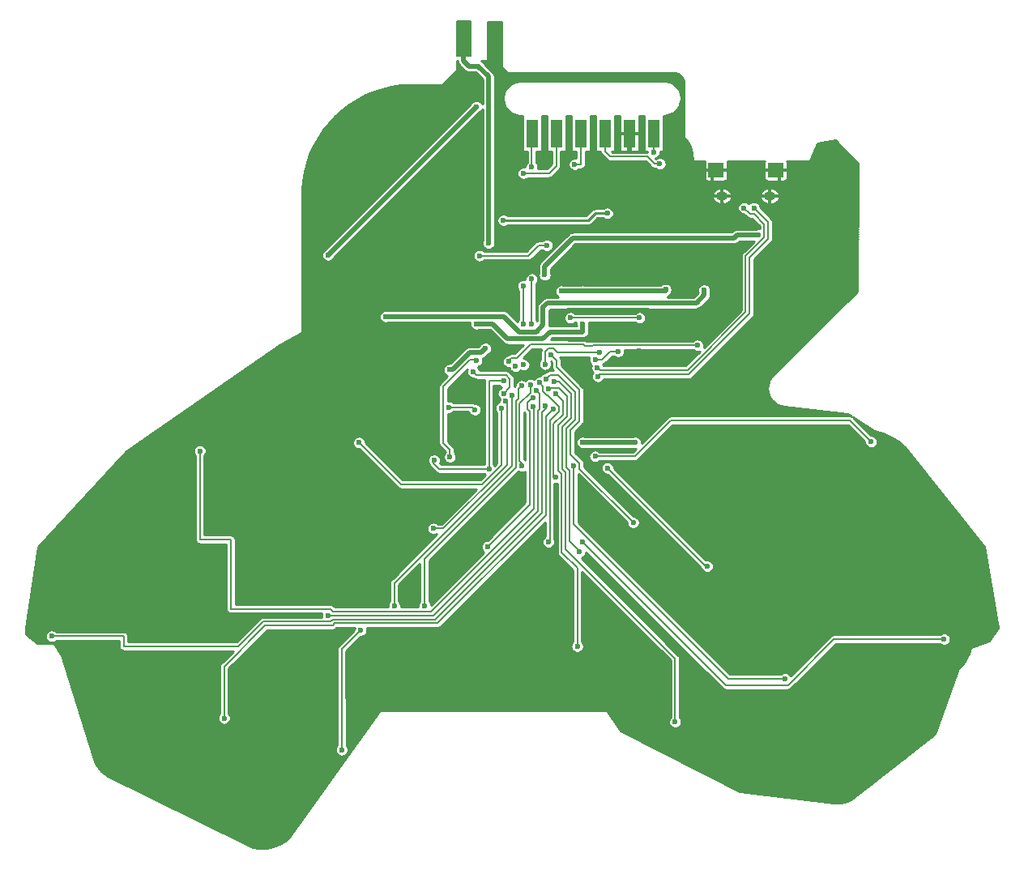
<source format=gbr>
%TF.GenerationSoftware,Novarm,DipTrace,3.0.0.2*%
%TF.CreationDate,2017-10-23T18:09:10+01:00*%
%FSLAX35Y35*%
%MOMM*%
%TF.FileFunction,Copper,L2,Bot*%
%TF.Part,Single*%
%AMOUTLINE6*
4,1,4,
-0.445,0.775,
1.2,0.775,
1.2,-0.775,
-0.445,-0.775,
-0.445,0.775,
0*%
%AMOUTLINE9*
4,1,4,
-1.2,-0.775,
-1.2,0.775,
0.445,0.775,
0.445,-0.775,
-1.2,-0.775,
0*%
%TA.AperFunction,Conductor*%
%ADD10C,0.25*%
%ADD14C,0.2*%
%ADD15C,0.5*%
%TA.AperFunction,CopperBalancing*%
%ADD18C,0.15*%
%ADD19C,0.33*%
%ADD32R,1.27X3.0*%
%TA.AperFunction,ComponentPad*%
%ADD35O,1.25X0.95*%
%TA.AperFunction,ViaPad*%
%ADD43C,0.6*%
%TA.AperFunction,ComponentPad*%
%ADD86OUTLINE6*%
%ADD89OUTLINE9*%
%TA.AperFunction,CopperBalancing*%
%ADD128C,0.25*%
G75*
G01*
%LPD*%
X5732313Y6033366D2*
D14*
X5766477Y5999202D1*
X6073727D1*
X6114650Y5958279D1*
Y5868976D1*
X6050857Y5805182D1*
X6048087D1*
X5891097Y7375012D2*
D15*
Y9117739D1*
X5784187Y9224649D1*
X5684667D1*
X5630580Y9278736D1*
Y9498296D1*
X8990373Y2823679D2*
D14*
X8988873Y2822179D1*
X8396380D1*
X6778500Y4440059D1*
Y5045386D1*
X6241403Y5046472D2*
Y5076502D1*
X6215623Y5102282D1*
Y5700552D1*
X6328763Y5813692D1*
Y5899086D1*
X10652000Y3236429D2*
X9500070D1*
X9019153Y2755512D1*
X8370667D1*
X6873750Y4252429D1*
X6516090D2*
Y4273789D1*
X6532190D1*
Y5519582D1*
X6627373Y5614766D1*
Y5668352D1*
X6510750Y5784976D1*
X6499193D1*
X6455067Y5829102D1*
Y5882652D1*
X6420217Y5917502D1*
X3127250Y2410772D2*
Y2950679D1*
X3557957Y3381386D1*
X4261367D1*
X4283023Y3403042D1*
X5357613D1*
X6491090Y4536519D1*
Y5566119D1*
X6564480Y5639509D1*
X1326000Y3268179D2*
X2076530D1*
Y3162269D1*
X3275340D1*
X3534907Y3421836D1*
X4241720D1*
X4263873Y3443989D1*
X5335060D1*
X6449337Y4558266D1*
Y5606016D1*
X6492750Y5649429D1*
Y5667582D1*
X6485490Y5674842D1*
X4212240Y3484939D2*
X5312510D1*
X6406280Y4578709D1*
Y5626459D1*
X6421443Y5641622D1*
Y5805396D1*
X6389573Y5837266D1*
X8175500Y3998429D2*
X8167960Y3990889D1*
X7132050Y5026799D1*
X7053403Y6231776D2*
X6608903D1*
X6564237Y6276442D1*
X6516513D1*
X6484110Y6244039D1*
Y6113909D1*
X6481807Y6111606D1*
X9890000Y5300179D2*
X9667750Y5522429D1*
X7794500D1*
X7419787Y5147716D1*
X7004500D1*
X5486387Y5141429D2*
Y5216162D1*
X5417460Y5285089D1*
Y5875909D1*
X5698980Y6157429D1*
X5766697D1*
Y6151836D1*
X2873250Y5204929D2*
Y4279566D1*
X3196557D1*
Y3553929D1*
X4238500D1*
X4266760Y3525669D1*
X5289740D1*
X6365750Y4601679D1*
Y5663789D1*
X6358130Y5671409D1*
X8450300Y7744929D2*
D15*
X8398787D1*
X8366000D1*
X8334250Y7776679D1*
X8398787Y7744929D2*
Y7667919D1*
X8524697Y7542009D1*
X5626223Y6314946D2*
X5774213D1*
X5811310Y6352042D1*
X5905960D1*
X6005323Y6252679D1*
X6057343D1*
X6085713Y6224309D1*
X7469247Y6248382D2*
D14*
X7331347Y6110482D1*
X7196040D1*
X6583773Y6629072D2*
D15*
X6634060D1*
X6666333Y6661346D1*
X6704090D1*
X6719473Y6676729D1*
X7557817D1*
X7583687Y6650859D1*
Y6456309D1*
X7554597Y6427219D1*
X7196040D1*
X5889500Y6889182D2*
X6143930D1*
X7364330Y8521236D2*
Y8339686D1*
X5484417Y6053022D2*
X5515803D1*
X5696417Y6233636D1*
X5816260D1*
X5858600Y6275976D1*
X6651500Y6874996D2*
X6875830D1*
Y6530806D2*
Y6447852D1*
X6532547D1*
X6461780Y6377086D1*
X6088980D1*
X5934283Y6531782D1*
X5762500D1*
X6871443Y5293549D2*
X7424147D1*
X7740943Y6891979D2*
Y6874996D1*
X6875830D1*
X6047047Y7614949D2*
D10*
X6931180D1*
X7004133Y7687902D1*
X7132913D1*
X5895123Y5015132D2*
D14*
Y5935212D1*
X6048947D1*
X5895123Y5015132D2*
X5377350D1*
X5317390Y5075092D1*
Y5104242D1*
X5320543Y5107396D1*
X5797517Y7245602D2*
X6309060D1*
X6417353Y7353896D1*
X6500267D1*
X6791263Y8199479D2*
X6856330D1*
Y8521236D1*
X7616487Y8328389D2*
Y8519392D1*
X7618330Y8521236D1*
X7005540Y6158819D2*
X7078417D1*
X7162927Y6243329D1*
X7247713D1*
X7681057Y8205512D2*
X7624143D1*
X7550103Y8279552D1*
X7164000D1*
X7109067Y8334486D1*
Y8519972D1*
X7110330Y8521236D1*
X5314540Y4394246D2*
X5419647D1*
X6087267Y5061866D1*
Y5708832D1*
X6072470Y5723629D1*
X5479387Y5661886D2*
X5720830D1*
X5748297Y5634419D1*
X6593820Y4934066D2*
X6572233D1*
Y5488182D1*
X6668350Y5584299D1*
Y5725372D1*
X6589257Y5804466D1*
X6101467Y6138729D2*
Y6148216D1*
X6128513Y6175262D1*
X6184867D1*
X6327183Y6317579D1*
X6883073D1*
X6894760Y6305892D1*
X6977267D1*
X6980063Y6308689D1*
X8074637D1*
X6818170Y3162636D2*
Y3980129D1*
X6655350Y4142949D1*
Y4964832D1*
X6617653Y5002529D1*
Y5473196D1*
X6710377Y5565919D1*
Y5781052D1*
X6625560Y5865869D1*
X6530137D1*
X6518113Y5853846D1*
X7403140Y4455632D2*
X6840867Y5017906D1*
Y5074699D1*
X6746750Y5168816D1*
Y5426022D1*
X6838557Y5517829D1*
Y5843372D1*
X6600417Y6081512D1*
Y6152192D1*
X6544300Y6208309D1*
X5879587Y4202976D2*
X6323650Y4647039D1*
Y5617602D1*
X6296983Y5644269D1*
Y5706529D1*
X6341990Y5751536D1*
X6366380D1*
X6360643Y5757272D1*
X6358890D1*
X4536790Y5292386D2*
X4973497Y4855679D1*
X5823297D1*
X6022793Y5055176D1*
Y5654142D1*
X6747593Y6594846D2*
X7467957D1*
X4356347Y2079742D2*
Y3132026D1*
X4556000Y3331679D1*
X4905250Y3585679D2*
Y3822062D1*
X6132923Y5049736D1*
Y5769699D1*
X6139003Y5775779D1*
Y5786456D1*
X5222750Y3585679D2*
Y4078622D1*
X6174877Y5030749D1*
Y5726442D1*
X6202517Y5754082D1*
Y5849999D1*
X6237397Y5884879D1*
X6254917Y6527059D2*
Y6929102D1*
X6257787Y8105682D2*
X6259480Y8107376D1*
X6521753D1*
X6599667Y8185289D1*
Y8518572D1*
X6602330Y8521236D1*
X6842000Y4149772D2*
Y4157179D1*
X6737860Y4261319D1*
Y4999792D1*
X6704097Y5033556D1*
Y5441782D1*
X6794430Y5532116D1*
Y5823999D1*
X6618023Y6000406D1*
X6535783D1*
X6494707Y5959329D1*
X6342687Y6528189D2*
Y7001892D1*
Y8171676D2*
Y8521236D1*
X6348330D1*
X7840517Y2371846D2*
Y3035726D1*
X6697303Y4178939D1*
Y4981612D1*
X6660680Y5018236D1*
Y5456779D1*
X6751353Y5547452D1*
Y5803576D1*
X6625197Y5929732D1*
X6577077D1*
X6574687Y5927342D1*
X7028897Y6075576D2*
X7057133Y6047339D1*
X7970160D1*
X8578657Y6655836D1*
Y7242182D1*
X8771643Y7435169D1*
Y7576276D1*
X8664123Y7683796D1*
X8623243D1*
X8561087Y7745952D1*
X8664240Y7745956D2*
X8811740Y7598456D1*
Y7416989D1*
X8620000Y7225249D1*
Y6637446D1*
X7985763Y6003209D1*
X7054680D1*
X7032283Y5980812D1*
X4814887Y6609186D2*
D15*
X6053640D1*
X6213147Y6449679D1*
X6393133D1*
X6462163Y6518709D1*
Y6707496D1*
X6505540Y6750872D1*
X8062500D1*
X8145497Y6833869D1*
Y6884632D1*
X4212443Y7251539D2*
X5764520Y8803616D1*
X8710300Y7461976D2*
X8487960D1*
X8455467Y7429482D1*
X6774443D1*
X6478943Y7133982D1*
Y7044009D1*
D43*
X5732313Y6033366D3*
X6048087Y5805182D3*
X5891097Y7375012D3*
X5784187Y9224649D3*
X8990373Y2823679D3*
X6778500Y5045386D3*
X6241403Y5046472D3*
X10652000Y3236429D3*
X6873750Y4252429D3*
X6516090D3*
X3127250Y2410772D3*
X1326000Y3268179D3*
X4212240Y3484939D3*
X8175500Y3998429D3*
X7132050Y5026799D3*
X7053403Y6231776D3*
X9890000Y5300179D3*
X7004500Y5147716D3*
X5486387Y5141429D3*
X2873250Y5204929D3*
X8450300Y7744929D3*
X8334250Y7776679D3*
X8524697Y7542009D3*
X5626223Y6314946D3*
X7469247Y6248382D3*
X7196040Y6110482D3*
X6583773Y6629072D3*
X7196040Y6427219D3*
X5889500Y6889182D3*
X6143930D3*
X7364330Y8339686D3*
X5484417Y6053022D3*
X5858600Y6275976D3*
X6651500Y6874996D3*
X6875830D3*
Y6530806D3*
X5762500Y6531782D3*
X6871443Y5293549D3*
X7424147D3*
X7740943Y6891979D3*
X6047047Y7614949D3*
X7132913Y7687902D3*
X5895123Y5015132D3*
X5320543Y5107396D3*
X5797517Y7245602D3*
X6500267Y7353896D3*
X6791263Y8199479D3*
X5895123Y5015132D3*
X7616487Y8328389D3*
X7005540Y6158819D3*
X7247713Y6243329D3*
X7681057Y8205512D3*
X5314540Y4394246D3*
X5479387Y5661886D3*
X6593820Y4934066D3*
X6101467Y6138729D3*
X8074637Y6308689D3*
X6818170Y3162636D3*
X7403140Y4455632D3*
X5879587Y4202976D3*
X4536790Y5292386D3*
X6747593Y6594846D3*
X7467957D3*
X4356347Y2079742D3*
X4556000Y3331679D3*
X4905250Y3585679D3*
X5222750D3*
X6254917Y6527059D3*
Y6929102D3*
X6257787Y8105682D3*
X6842000Y4149772D3*
X6342687Y6528189D3*
Y7001892D3*
Y8171676D3*
X7840517Y2371846D3*
X8561087Y7745952D3*
X8664240Y7745956D3*
X4814887Y6609186D3*
X8145497Y6884632D3*
X4212443Y7251539D3*
X5764520Y8803616D3*
X6478943Y7044009D3*
X8710300Y7461976D3*
X5766697Y6151836D3*
X6048947Y5935212D3*
X5748297Y5634419D3*
X6022793Y5654142D3*
X6072470Y5723629D3*
X6139003Y5786456D3*
X6237397Y5884879D3*
X6328763Y5899086D3*
X6358130Y5671409D3*
X6358890Y5757272D3*
X6485490Y5674842D3*
X6564480Y5639509D3*
X6389573Y5837266D3*
X6420217Y5917502D3*
X6589257Y5804466D3*
X6518113Y5853846D3*
X6574687Y5927342D3*
X6494707Y5959329D3*
X7032283Y5980812D3*
X7028897Y6075576D3*
X6544300Y6208309D3*
X6481807Y6111606D3*
X6258340Y6104606D3*
X6173000Y6088609D3*
X6085713Y6224309D3*
X5558073Y9682106D2*
D18*
X5706757D1*
X5558073Y9667439D2*
X5706757D1*
X5558073Y9652772D2*
X5706757D1*
X5558073Y9638106D2*
X5706757D1*
X5558073Y9623439D2*
X5706757D1*
X5558073Y9608772D2*
X5706757D1*
X5558073Y9594106D2*
X5706757D1*
X5558073Y9579439D2*
X5706757D1*
X5558073Y9564772D2*
X5706757D1*
X5558073Y9550106D2*
X5706757D1*
X5558073Y9535439D2*
X5706757D1*
X5558073Y9520772D2*
X5706757D1*
X5558073Y9506106D2*
X5706757D1*
X5558073Y9491439D2*
X5706757D1*
X5558073Y9476772D2*
X5706757D1*
X5558073Y9462106D2*
X5706757D1*
X5558073Y9447439D2*
X5706757D1*
X5558073Y9432772D2*
X5706757D1*
X5558073Y9418106D2*
X5706757D1*
X5558073Y9403439D2*
X5706757D1*
X5558073Y9388772D2*
X5706757D1*
X5558073Y9374106D2*
X5706757D1*
X5558073Y9359439D2*
X5706757D1*
X5558073Y9344772D2*
X5706757D1*
X5708250Y9338272D2*
Y9696779D1*
X5556573Y9696772D1*
Y9330772D1*
X5708250D1*
Y9338272D1*
X5887457Y9668012D2*
D128*
X6024983D1*
X5887457Y9643346D2*
X6024983D1*
X5887457Y9618679D2*
X6024983D1*
X5887457Y9594012D2*
X6024983D1*
X5887457Y9569346D2*
X6024983D1*
X5887457Y9544679D2*
X6024983D1*
X5887457Y9520012D2*
X6024983D1*
X5887457Y9495346D2*
X6024983D1*
X5887457Y9470679D2*
X6024983D1*
X5887457Y9446012D2*
X6024983D1*
X5887457Y9421346D2*
X6024983D1*
X5887457Y9396679D2*
X6024983D1*
X5887457Y9372012D2*
X6024983D1*
X5887457Y9347346D2*
X6024983D1*
X5887457Y9322679D2*
X6024983D1*
X5887457Y9298012D2*
X6024983D1*
X5834867Y9273346D2*
X6024983D1*
X5563480Y9248679D2*
X5572150D1*
X5852397D2*
X6024983D1*
X5563480Y9224012D2*
X5593050D1*
X5877053D2*
X6024983D1*
X5563480Y9199346D2*
X5617710D1*
X5901763D2*
X6041097D1*
X5554497Y9174679D2*
X5643050D1*
X5926420D2*
X6065757D1*
X5529837Y9150012D2*
X5766587D1*
X5948247D2*
X7854477D1*
X5505180Y9125346D2*
X5791243D1*
X5956597D2*
X7894517D1*
X5480523Y9100679D2*
X5815903D1*
X5957083D2*
X7913950D1*
X5455813Y9076012D2*
X5825130D1*
X5957083D2*
X7924690D1*
X5431157Y9051346D2*
X5825130D1*
X5957083D2*
X6138313D1*
X7808940D2*
X7929037D1*
X5406497Y9026679D2*
X5825130D1*
X5957083D2*
X6107063D1*
X7840190D2*
X7930013D1*
X4837747Y9002012D2*
X5825130D1*
X5957083D2*
X6082407D1*
X7864847D2*
X7930013D1*
X4747467Y8977346D2*
X5825130D1*
X5957083D2*
X6061217D1*
X7886040D2*
X7930013D1*
X4676763Y8952679D2*
X5825130D1*
X5957083D2*
X6054330D1*
X7892923D2*
X7930013D1*
X4617827Y8928012D2*
X5825130D1*
X5957083D2*
X6047740D1*
X7899517D2*
X7930013D1*
X4568313Y8903346D2*
X5825130D1*
X5957083D2*
X6041097D1*
X7906157D2*
X7930013D1*
X4521000Y8878679D2*
X5825130D1*
X5957083D2*
X6040513D1*
X7906743D2*
X7930013D1*
X4481987Y8854012D2*
X5715610D1*
X5813433D2*
X5825130D1*
X5957083D2*
X6047153D1*
X7900103D2*
X7930013D1*
X4442923Y8829346D2*
X5697983D1*
X5957083D2*
X6053743D1*
X7893510D2*
X7930013D1*
X4409820Y8804679D2*
X5673323D1*
X5957083D2*
X6060433D1*
X7886870D2*
X7930013D1*
X4377153Y8780012D2*
X5648667D1*
X5957083D2*
X6080210D1*
X7867047D2*
X7930013D1*
X4347467Y8755346D2*
X5624007D1*
X5815630D2*
X5825130D1*
X5957083D2*
X6104867D1*
X7842387D2*
X7930013D1*
X4319877Y8730679D2*
X5599350D1*
X5783843D2*
X5825130D1*
X5957083D2*
X6132210D1*
X7815043D2*
X7930013D1*
X4292337Y8706012D2*
X5574643D1*
X5759183D2*
X5825130D1*
X5957083D2*
X6243833D1*
X6452837D2*
X6497837D1*
X6706840D2*
X6751840D1*
X6960843D2*
X7005843D1*
X7214847D2*
X7259847D1*
X7468853D2*
X7513853D1*
X7722807D2*
X7930013D1*
X4268950Y8681346D2*
X5549983D1*
X5734527D2*
X5825130D1*
X5957083D2*
X6243833D1*
X6452837D2*
X6497837D1*
X6706840D2*
X6751840D1*
X6960843D2*
X7005843D1*
X7214847D2*
X7259847D1*
X7468853D2*
X7513853D1*
X7722807D2*
X7930013D1*
X4245660Y8656679D2*
X5525327D1*
X5709820D2*
X5825130D1*
X5957083D2*
X6243833D1*
X6452837D2*
X6497837D1*
X6706840D2*
X6751840D1*
X6960843D2*
X7005843D1*
X7214847D2*
X7259847D1*
X7468853D2*
X7513853D1*
X7722807D2*
X7930013D1*
X4222857Y8632012D2*
X5500667D1*
X5685160D2*
X5825130D1*
X5957083D2*
X6243833D1*
X6452837D2*
X6497837D1*
X6706840D2*
X6751840D1*
X6960843D2*
X7005843D1*
X7214847D2*
X7259847D1*
X7468853D2*
X7513853D1*
X7722807D2*
X7930013D1*
X4203177Y8607346D2*
X5476010D1*
X5660503D2*
X5825130D1*
X5957083D2*
X6243833D1*
X6452837D2*
X6497837D1*
X6706840D2*
X6751840D1*
X6960843D2*
X7005843D1*
X7214847D2*
X7259847D1*
X7468853D2*
X7513853D1*
X7722807D2*
X7930013D1*
X4183500Y8582679D2*
X5451353D1*
X5635843D2*
X5825130D1*
X5957083D2*
X6243833D1*
X6452837D2*
X6497837D1*
X6706840D2*
X6751840D1*
X6960843D2*
X7005843D1*
X7214847D2*
X7259847D1*
X7468853D2*
X7513853D1*
X7722807D2*
X7930013D1*
X4164067Y8558012D2*
X5426643D1*
X5611187D2*
X5825130D1*
X5957083D2*
X6243833D1*
X6452837D2*
X6497837D1*
X6706840D2*
X6751840D1*
X6960843D2*
X7005843D1*
X7214847D2*
X7259847D1*
X7468853D2*
X7513853D1*
X7722807D2*
X7930013D1*
X4147563Y8533346D2*
X5401987D1*
X5586527D2*
X5825130D1*
X5957083D2*
X6243833D1*
X6452837D2*
X6497837D1*
X6706840D2*
X6751840D1*
X6960843D2*
X7005843D1*
X7214847D2*
X7259847D1*
X7468853D2*
X7513853D1*
X7722807D2*
X7930013D1*
X4131060Y8508679D2*
X5377330D1*
X5561820D2*
X5825130D1*
X5957083D2*
X6243833D1*
X6452837D2*
X6497837D1*
X6706840D2*
X6751840D1*
X6960843D2*
X7005843D1*
X7214847D2*
X7259847D1*
X7468853D2*
X7513853D1*
X7722807D2*
X7930013D1*
X4114553Y8484012D2*
X5352670D1*
X5537163D2*
X5825130D1*
X5957083D2*
X6243833D1*
X6452837D2*
X6497837D1*
X6706840D2*
X6751840D1*
X6960843D2*
X7005843D1*
X7214847D2*
X7259847D1*
X7468853D2*
X7513853D1*
X7722807D2*
X7934410D1*
X4100393Y8459346D2*
X5328013D1*
X5512503D2*
X5825130D1*
X5957083D2*
X6243833D1*
X6452837D2*
X6497837D1*
X6706840D2*
X6751840D1*
X6960843D2*
X7005843D1*
X7214847D2*
X7259847D1*
X7468853D2*
X7513853D1*
X7722807D2*
X7951790D1*
X4086723Y8434679D2*
X5303303D1*
X5487847D2*
X5825130D1*
X5957083D2*
X6243833D1*
X6452837D2*
X6497837D1*
X6706840D2*
X6751840D1*
X6960843D2*
X7005843D1*
X7214847D2*
X7259847D1*
X7468853D2*
X7513853D1*
X7722807D2*
X7967610D1*
X9395853D2*
X9532847D1*
X4073050Y8410012D2*
X5278647D1*
X5463187D2*
X5825130D1*
X5957083D2*
X6243833D1*
X6452837D2*
X6497837D1*
X6706840D2*
X6751840D1*
X6960843D2*
X7005843D1*
X7214847D2*
X7259847D1*
X7468853D2*
X7513853D1*
X7722807D2*
X7980990D1*
X9322367D2*
X9556870D1*
X4060453Y8385346D2*
X5253990D1*
X5438530D2*
X5825130D1*
X5957083D2*
X6243833D1*
X6452837D2*
X6497837D1*
X6706840D2*
X6751840D1*
X6960843D2*
X7005843D1*
X7214847D2*
X7259847D1*
X7468853D2*
X7513853D1*
X7722807D2*
X7991977D1*
X9312407D2*
X9580893D1*
X4049370Y8360679D2*
X5229330D1*
X5413823D2*
X5825130D1*
X5957083D2*
X6243833D1*
X6452837D2*
X6497837D1*
X6706840D2*
X6751840D1*
X6960843D2*
X7005843D1*
X7214847D2*
X7259847D1*
X7468853D2*
X7513853D1*
X7722807D2*
X8000473D1*
X9302447D2*
X9604917D1*
X4038287Y8336012D2*
X5204673D1*
X5389163D2*
X5825130D1*
X5957083D2*
X6243833D1*
X6452837D2*
X6497837D1*
X6706840D2*
X6751840D1*
X6960843D2*
X7005843D1*
X7214847D2*
X7259847D1*
X7468853D2*
X7513853D1*
X7722807D2*
X8007210D1*
X9292533D2*
X9628890D1*
X4027200Y8311346D2*
X5180013D1*
X5364507D2*
X5825130D1*
X5957083D2*
X6291733D1*
X6393657D2*
X6548717D1*
X6650640D2*
X6805357D1*
X6907280D2*
X7063997D1*
X7685357D2*
X8012437D1*
X9282573D2*
X9652913D1*
X4018120Y8286679D2*
X5155307D1*
X5339847D2*
X5825130D1*
X5957083D2*
X6291733D1*
X6393657D2*
X6548717D1*
X6650640D2*
X6805357D1*
X6907280D2*
X7085823D1*
X7673343D2*
X8015660D1*
X9272610D2*
X9676937D1*
X4009427Y8262012D2*
X5130650D1*
X5315190D2*
X5825130D1*
X5957083D2*
X6291733D1*
X6393657D2*
X6548717D1*
X6650640D2*
X6760823D1*
X6907280D2*
X7110483D1*
X7722270D2*
X8018833D1*
X9262650D2*
X9700960D1*
X4000737Y8237346D2*
X5105990D1*
X5290483D2*
X5825130D1*
X5957083D2*
X6291733D1*
X6393657D2*
X6548717D1*
X6650640D2*
X6731673D1*
X6907280D2*
X7137680D1*
X7744193D2*
X8022007D1*
X9252690D2*
X9724983D1*
X3992437Y8212679D2*
X5081333D1*
X5265823D2*
X5825130D1*
X5957083D2*
X6285337D1*
X6400053D2*
X6548717D1*
X6650640D2*
X6721567D1*
X6907280D2*
X7545933D1*
X7751663D2*
X8144810D1*
X8391263D2*
X8769320D1*
X9015777D2*
X9749007D1*
X3985990Y8188012D2*
X5056673D1*
X5241167D2*
X5825130D1*
X5957083D2*
X6273667D1*
X6411723D2*
X6531333D1*
X6650640D2*
X6721223D1*
X6905913D2*
X7570590D1*
X7749760D2*
X8144810D1*
X8391263D2*
X8769320D1*
X9015777D2*
X9751547D1*
X3979547Y8163346D2*
X5032017D1*
X5216507D2*
X5825130D1*
X5957083D2*
X6218297D1*
X6413187D2*
X6506673D1*
X6645367D2*
X6730550D1*
X6891117D2*
X7597740D1*
X7737553D2*
X8144810D1*
X8391263D2*
X8769320D1*
X9015777D2*
X9751400D1*
X3973100Y8138679D2*
X5007310D1*
X5191850D2*
X5825130D1*
X5957083D2*
X6195247D1*
X6624077D2*
X6757210D1*
X6825297D2*
X7663560D1*
X7698587D2*
X8144810D1*
X8391263D2*
X8769320D1*
X9015777D2*
X9751253D1*
X3967533Y8114012D2*
X4982650D1*
X5167190D2*
X5825130D1*
X5957083D2*
X6187290D1*
X6599417D2*
X8144810D1*
X8391263D2*
X8769320D1*
X9015777D2*
X9751157D1*
X3963237Y8089346D2*
X4957993D1*
X5142483D2*
X5825130D1*
X5957083D2*
X6188753D1*
X6574760D2*
X8144810D1*
X8391263D2*
X8769320D1*
X9015777D2*
X9751010D1*
X3958940Y8064679D2*
X4933333D1*
X5117827D2*
X5825130D1*
X5957083D2*
X6200423D1*
X6547173D2*
X8144810D1*
X8391263D2*
X8769320D1*
X9015777D2*
X9750863D1*
X3954690Y8040012D2*
X4908677D1*
X5093167D2*
X5825130D1*
X5957083D2*
X6235823D1*
X6279790D2*
X8151937D1*
X8384133D2*
X8776450D1*
X9008647D2*
X9750717D1*
X3951517Y8015346D2*
X4884017D1*
X5068510D2*
X5825130D1*
X5957083D2*
X9750620D1*
X3949370Y7990679D2*
X4859310D1*
X5043853D2*
X5825130D1*
X5957083D2*
X9750473D1*
X3947173Y7966012D2*
X4834653D1*
X5019193D2*
X5825130D1*
X5957083D2*
X9750327D1*
X3944973Y7941346D2*
X4809993D1*
X4994487D2*
X5825130D1*
X5957083D2*
X8265073D1*
X8395513D2*
X8765073D1*
X8895513D2*
X9750180D1*
X3944243Y7916679D2*
X4785337D1*
X4969830D2*
X5825130D1*
X5957083D2*
X8240707D1*
X8419927D2*
X8740707D1*
X8919927D2*
X9750083D1*
X3944243Y7892012D2*
X4760677D1*
X4945170D2*
X5825130D1*
X5957083D2*
X8229720D1*
X8430863D2*
X8729720D1*
X8930863D2*
X9749937D1*
X3944243Y7867346D2*
X4735970D1*
X4920513D2*
X5825130D1*
X5957083D2*
X8226840D1*
X8433743D2*
X8726840D1*
X8933743D2*
X9749790D1*
X3944243Y7842679D2*
X4711313D1*
X4895853D2*
X5825130D1*
X5957083D2*
X8231187D1*
X8429400D2*
X8731187D1*
X8929400D2*
X9749643D1*
X3944243Y7818012D2*
X4686653D1*
X4871197D2*
X5825130D1*
X5957083D2*
X8244127D1*
X8416460D2*
X8744127D1*
X8916460D2*
X9749497D1*
X3944243Y7793346D2*
X4661997D1*
X4846490D2*
X5825130D1*
X5957083D2*
X8273423D1*
X8387163D2*
X8509117D1*
X8716217D2*
X8773423D1*
X8887163D2*
X9749400D1*
X3944243Y7768679D2*
X4637337D1*
X4821830D2*
X5825130D1*
X5957083D2*
X8493980D1*
X8731353D2*
X9749253D1*
X3944243Y7744012D2*
X4612680D1*
X4797173D2*
X5825130D1*
X5957083D2*
X7091097D1*
X7174710D2*
X8490120D1*
X8737210D2*
X9749107D1*
X3944243Y7719346D2*
X4587973D1*
X4772513D2*
X5825130D1*
X5957083D2*
X6961020D1*
X7196293D2*
X8495443D1*
X8761870D2*
X9748960D1*
X3944243Y7694679D2*
X4563313D1*
X4747857D2*
X5825130D1*
X5957083D2*
X6936313D1*
X7203570D2*
X8513167D1*
X8786577D2*
X9748860D1*
X3944243Y7670012D2*
X4538657D1*
X4723150D2*
X5825130D1*
X5957083D2*
X6003793D1*
X6090287D2*
X6911653D1*
X7201517D2*
X8566000D1*
X8811233D2*
X9748717D1*
X3944243Y7645346D2*
X4513997D1*
X4698490D2*
X5825130D1*
X5957083D2*
X5983140D1*
X7189067D2*
X8591243D1*
X8835893D2*
X9748570D1*
X3944243Y7620679D2*
X4489340D1*
X4673833D2*
X5825130D1*
X5957083D2*
X5976303D1*
X7011480D2*
X7117270D1*
X7148587D2*
X8656187D1*
X8857330D2*
X9748423D1*
X3944243Y7596012D2*
X4464683D1*
X4649173D2*
X5825130D1*
X5957083D2*
X5978697D1*
X6986820D2*
X8680843D1*
X8862700D2*
X9748323D1*
X3944243Y7571346D2*
X4439973D1*
X4624517D2*
X5825130D1*
X5957083D2*
X5991733D1*
X6960063D2*
X8705550D1*
X8862700D2*
X9748177D1*
X3944243Y7546679D2*
X4415317D1*
X4599857D2*
X5825130D1*
X5957083D2*
X6038950D1*
X6055177D2*
X8720687D1*
X8862700D2*
X9748030D1*
X3944243Y7522012D2*
X4390660D1*
X4575150D2*
X5825130D1*
X5957083D2*
X8464877D1*
X8862700D2*
X9747883D1*
X3944243Y7497346D2*
X4366000D1*
X4550493D2*
X5825130D1*
X5957083D2*
X8431087D1*
X8862700D2*
X9747740D1*
X3944243Y7472679D2*
X4341343D1*
X4525833D2*
X5825130D1*
X5957083D2*
X6725377D1*
X8862700D2*
X9747640D1*
X3944243Y7448012D2*
X4316683D1*
X4501177D2*
X5825130D1*
X5957083D2*
X6700717D1*
X8862700D2*
X9747493D1*
X3944243Y7423346D2*
X4291977D1*
X4476517D2*
X5825130D1*
X5957083D2*
X6676060D1*
X8862700D2*
X9747347D1*
X3944243Y7398679D2*
X4267320D1*
X4451860D2*
X5824300D1*
X5957867D2*
X6396323D1*
X6554593D2*
X6651400D1*
X8859133D2*
X9747200D1*
X3944243Y7374012D2*
X4242660D1*
X4427153D2*
X5820103D1*
X5962063D2*
X6366440D1*
X6568267D2*
X6626693D1*
X8488823D2*
X8639437D1*
X8839800D2*
X9747103D1*
X3944243Y7349346D2*
X4218003D1*
X4402493D2*
X5825083D1*
X5957083D2*
X6341780D1*
X6571097D2*
X6602037D1*
X6786577D2*
X8614780D1*
X8815140D2*
X9746957D1*
X3944243Y7324679D2*
X4193343D1*
X4377837D2*
X5842123D1*
X5940043D2*
X6317073D1*
X6564700D2*
X6577377D1*
X6761917D2*
X8590120D1*
X8790483D2*
X9746810D1*
X3944243Y7300012D2*
X4161557D1*
X4353177D2*
X5753403D1*
X5841653D2*
X6292417D1*
X6434527D2*
X6455453D1*
X6545073D2*
X6552703D1*
X6737210D2*
X8565463D1*
X8765823D2*
X9746663D1*
X3944243Y7275346D2*
X4145737D1*
X4328520D2*
X5733333D1*
X6409867D2*
X6528060D1*
X6712553D2*
X8540803D1*
X8741117D2*
X9746567D1*
X3944243Y7250679D2*
X4141440D1*
X4303860D2*
X5726693D1*
X6385160D2*
X6503403D1*
X6687893D2*
X8528450D1*
X8716460D2*
X9746420D1*
X3944243Y7226012D2*
X4146370D1*
X4279153D2*
X5729380D1*
X6360503D2*
X6478697D1*
X6663237D2*
X8527670D1*
X8691800D2*
X9746273D1*
X3944243Y7201346D2*
X4163313D1*
X4261577D2*
X5742710D1*
X6331303D2*
X6454037D1*
X6638580D2*
X8527670D1*
X8670950D2*
X9746127D1*
X3944243Y7176679D2*
X6429477D1*
X6613870D2*
X8527670D1*
X8670950D2*
X9745980D1*
X3944243Y7152012D2*
X6415610D1*
X6589213D2*
X8527670D1*
X8670950D2*
X9745883D1*
X3944243Y7127346D2*
X6412973D1*
X6564553D2*
X8527670D1*
X8670950D2*
X9745737D1*
X3944243Y7102679D2*
X6412973D1*
X6544927D2*
X8527670D1*
X8670950D2*
X9745590D1*
X3944243Y7078012D2*
X6412973D1*
X6544927D2*
X8527670D1*
X8670950D2*
X9745443D1*
X3944243Y7053346D2*
X6294957D1*
X6390383D2*
X6408580D1*
X6549320D2*
X8527670D1*
X8670950D2*
X9745347D1*
X3944243Y7028679D2*
X6277133D1*
X6548197D2*
X8527670D1*
X8670950D2*
X9745200D1*
X3944243Y7004012D2*
X6271713D1*
X6537063D2*
X8527670D1*
X8670950D2*
X9745053D1*
X3944243Y6979346D2*
X6205843D1*
X6409867D2*
X6453843D1*
X6504057D2*
X8527670D1*
X8670950D2*
X9744907D1*
X3944243Y6954679D2*
X6188853D1*
X6394830D2*
X7710873D1*
X7771050D2*
X8527670D1*
X8670950D2*
X9744810D1*
X3944243Y6930012D2*
X6183920D1*
X6393657D2*
X6608187D1*
X7800393D2*
X8091683D1*
X8199320D2*
X8527670D1*
X8670950D2*
X9744663D1*
X3944243Y6905346D2*
X6188167D1*
X6393657D2*
X6587583D1*
X7810650D2*
X8077720D1*
X8213287D2*
X8527670D1*
X8670950D2*
X9744517D1*
X3944243Y6880679D2*
X6203940D1*
X6393657D2*
X6580747D1*
X7810990D2*
X8074593D1*
X8216360D2*
X8527670D1*
X8670950D2*
X9744370D1*
X3944243Y6856012D2*
X6203940D1*
X6393657D2*
X6583187D1*
X7804007D2*
X8075377D1*
X8211480D2*
X8527670D1*
X8670950D2*
X9728060D1*
X3944243Y6831346D2*
X6203940D1*
X6393657D2*
X6596223D1*
X7789507D2*
X8050717D1*
X8211430D2*
X8527670D1*
X8670950D2*
X9703060D1*
X3944243Y6806679D2*
X6203940D1*
X6393657D2*
X6472837D1*
X8205327D2*
X8527670D1*
X8670950D2*
X9678060D1*
X3944243Y6782012D2*
X6203940D1*
X6393657D2*
X6444417D1*
X8185893D2*
X8527670D1*
X8670950D2*
X9653013D1*
X3944243Y6757346D2*
X6203940D1*
X6393657D2*
X6419760D1*
X8161233D2*
X8527670D1*
X8670950D2*
X9628013D1*
X3944243Y6732679D2*
X6203940D1*
X6393657D2*
X6401427D1*
X8136577D2*
X8527670D1*
X8670950D2*
X9603013D1*
X3944243Y6708012D2*
X6203940D1*
X8111917D2*
X8527670D1*
X8670950D2*
X9577963D1*
X3944243Y6683346D2*
X6203940D1*
X6530277D2*
X8527670D1*
X8670950D2*
X9552963D1*
X3944243Y6658679D2*
X4765023D1*
X6095853D2*
X6203940D1*
X6528130D2*
X6720247D1*
X6774957D2*
X7440610D1*
X7495317D2*
X8510433D1*
X8670950D2*
X9527963D1*
X3944243Y6634012D2*
X4748570D1*
X6121050D2*
X6203940D1*
X6528130D2*
X6688900D1*
X7526663D2*
X8485777D1*
X8670853D2*
X9502963D1*
X3944243Y6609346D2*
X4743880D1*
X6145757D2*
X6203940D1*
X6528130D2*
X6678160D1*
X7537407D2*
X8461117D1*
X8661967D2*
X9477913D1*
X3944243Y6584679D2*
X4748423D1*
X6170413D2*
X6203940D1*
X6528130D2*
X6677330D1*
X7538187D2*
X8436460D1*
X8638287D2*
X9452913D1*
X3944243Y6560012D2*
X4764683D1*
X6528130D2*
X6686117D1*
X7529447D2*
X8411800D1*
X8613627D2*
X9427913D1*
X3944243Y6535346D2*
X5691587D1*
X6528130D2*
X6711167D1*
X6784037D2*
X6804967D1*
X6946683D2*
X7431527D1*
X7504400D2*
X8387143D1*
X8588920D2*
X9402913D1*
X3944243Y6510679D2*
X5694810D1*
X6943803D2*
X8362437D1*
X8564263D2*
X9377867D1*
X3944243Y6486012D2*
X5709017D1*
X6941800D2*
X8337777D1*
X8539603D2*
X9352867D1*
X3944243Y6461346D2*
X5912483D1*
X6941800D2*
X8313120D1*
X8514947D2*
X9327867D1*
X3930913Y6436679D2*
X5937143D1*
X6940823D2*
X8288460D1*
X8490287D2*
X9302817D1*
X3886820Y6412012D2*
X5961800D1*
X6930717D2*
X8263803D1*
X8465630D2*
X9277817D1*
X3842730Y6387346D2*
X5986460D1*
X6897467D2*
X8239143D1*
X8440923D2*
X9252817D1*
X3798637Y6362679D2*
X6011117D1*
X6903323D2*
X8029967D1*
X8119290D2*
X8214437D1*
X8416263D2*
X9227817D1*
X3754547Y6338012D2*
X5827037D1*
X5890140D2*
X6035777D1*
X8139067D2*
X8189780D1*
X8391607D2*
X9202767D1*
X3710893Y6313346D2*
X5798717D1*
X5918510D2*
X6251890D1*
X8145463D2*
X8165120D1*
X8366947D2*
X9177767D1*
X3675103Y6288679D2*
X5662337D1*
X5928423D2*
X6227230D1*
X8342290D2*
X9152767D1*
X3639360Y6264012D2*
X5634553D1*
X5928570D2*
X6202573D1*
X6344683D2*
X6437437D1*
X8317630D2*
X9127767D1*
X3603617Y6239346D2*
X5609847D1*
X5918997D2*
X6177913D1*
X6319973D2*
X6433140D1*
X7318607D2*
X8091147D1*
X8292923D2*
X9102720D1*
X3567827Y6214679D2*
X5585190D1*
X5891653D2*
X6097787D1*
X6295317D2*
X6433140D1*
X7312457D2*
X8066440D1*
X8268267D2*
X9077720D1*
X3532083Y6190012D2*
X5560530D1*
X5864897D2*
X6053550D1*
X6270660D2*
X6433140D1*
X7180667D2*
X7202230D1*
X7293217D2*
X8041780D1*
X8243607D2*
X9052720D1*
X3496343Y6165346D2*
X5535873D1*
X5836333D2*
X6035873D1*
X6292483D2*
X6433140D1*
X6649563D2*
X6934847D1*
X7156010D2*
X8017123D1*
X8218950D2*
X9027670D1*
X3460550Y6140679D2*
X5511217D1*
X5836773D2*
X6030503D1*
X6319097D2*
X6417270D1*
X6651370D2*
X6936997D1*
X7131303D2*
X7992467D1*
X8194290D2*
X9002670D1*
X3424810Y6116012D2*
X5455013D1*
X5827593D2*
X6034360D1*
X6328373D2*
X6410970D1*
X6651370D2*
X6949547D1*
X7103667D2*
X7967807D1*
X8169633D2*
X8977670D1*
X3389017Y6091346D2*
X5425130D1*
X5801323D2*
X6049497D1*
X6328030D2*
X6413853D1*
X6661627D2*
X6959750D1*
X8144927D2*
X8952670D1*
X3353277Y6066679D2*
X5414780D1*
X5794683D2*
X6105600D1*
X6317877D2*
X6427620D1*
X6536040D2*
X6551790D1*
X6686283D2*
X6958480D1*
X8120267D2*
X8927620D1*
X3317533Y6042012D2*
X5414290D1*
X6098930D2*
X6120297D1*
X6288677D2*
X6508433D1*
X6710940D2*
X6966683D1*
X8095610D2*
X8902620D1*
X3281743Y6017346D2*
X5423423D1*
X5629937D2*
X5663217D1*
X6126617D2*
X6455797D1*
X6735650D2*
X6971860D1*
X8070950D2*
X8877620D1*
X3246000Y5992679D2*
X5449497D1*
X5605277D2*
X5674690D1*
X6151273D2*
X6432357D1*
X6760307D2*
X6962337D1*
X8046293D2*
X8852620D1*
X3210257Y5968012D2*
X5438510D1*
X5580620D2*
X5709310D1*
X6164653D2*
X6371470D1*
X6784967D2*
X6962483D1*
X8021587D2*
X8836753D1*
X3174467Y5943346D2*
X5413853D1*
X5555960D2*
X5844857D1*
X6165630D2*
X6199203D1*
X6809623D2*
X6972447D1*
X7092143D2*
X8821223D1*
X3138723Y5918679D2*
X5389193D1*
X5531253D2*
X5844173D1*
X6165630D2*
X6175327D1*
X6834280D2*
X7000960D1*
X7063627D2*
X8811753D1*
X3102983Y5894012D2*
X5370003D1*
X5506597D2*
X5844173D1*
X6858940D2*
X8807210D1*
X3067190Y5869346D2*
X5366490D1*
X5481937D2*
X5844173D1*
X5946097D2*
X6021617D1*
X6881987D2*
X8802720D1*
X3031450Y5844679D2*
X5366490D1*
X5468413D2*
X5844173D1*
X5946097D2*
X5989633D1*
X6889507D2*
X8803647D1*
X2995660Y5820012D2*
X5366490D1*
X5468413D2*
X5844173D1*
X5946097D2*
X5978697D1*
X6889507D2*
X8808627D1*
X2959917Y5795346D2*
X5366490D1*
X5468413D2*
X5844173D1*
X5946097D2*
X5977817D1*
X6889507D2*
X8813607D1*
X2924173Y5770679D2*
X5366490D1*
X5468413D2*
X5844173D1*
X5946097D2*
X5986410D1*
X6889507D2*
X8825423D1*
X2888383Y5746012D2*
X5366490D1*
X5468413D2*
X5844173D1*
X5946097D2*
X6005210D1*
X6889507D2*
X8841587D1*
X2852640Y5721346D2*
X5366490D1*
X5515873D2*
X5844173D1*
X5946097D2*
X6001497D1*
X6889507D2*
X8859310D1*
X2816900Y5696679D2*
X5366490D1*
X5779350D2*
X5844173D1*
X5946097D2*
X5966587D1*
X6889507D2*
X8894613D1*
X2781107Y5672012D2*
X5366490D1*
X5808060D2*
X5844173D1*
X5946097D2*
X5954163D1*
X6889507D2*
X8954477D1*
X2745367Y5647346D2*
X5366490D1*
X5818070D2*
X5844173D1*
X6889507D2*
X9145737D1*
X2709623Y5622679D2*
X5366490D1*
X5818267D2*
X5844173D1*
X5946097D2*
X5959457D1*
X6889507D2*
X9369127D1*
X2673833Y5598012D2*
X5366490D1*
X5506643D2*
X5687777D1*
X5808843D2*
X5844173D1*
X5946097D2*
X5971810D1*
X6889507D2*
X9592563D1*
X2638090Y5573346D2*
X5366490D1*
X5468413D2*
X5714780D1*
X5781840D2*
X5844173D1*
X5946097D2*
X5971810D1*
X6889507D2*
X9672690D1*
X2602300Y5548679D2*
X5366490D1*
X5468413D2*
X5844173D1*
X5946097D2*
X5971810D1*
X6889507D2*
X7749690D1*
X2566557Y5524012D2*
X5366490D1*
X5468413D2*
X5844173D1*
X5946097D2*
X5971810D1*
X6889507D2*
X7725033D1*
X9737210D2*
X9749443D1*
X2530813Y5499346D2*
X5366490D1*
X5468413D2*
X5844173D1*
X5946097D2*
X5971810D1*
X6885843D2*
X7700377D1*
X9761870D2*
X9787777D1*
X2495023Y5474679D2*
X5366490D1*
X5468413D2*
X5844173D1*
X5946097D2*
X5971810D1*
X6866460D2*
X7675717D1*
X9786527D2*
X9826157D1*
X2459280Y5450012D2*
X5366490D1*
X5468413D2*
X5844173D1*
X5946097D2*
X5971810D1*
X6841800D2*
X7651060D1*
X7793120D2*
X9669127D1*
X9811187D2*
X9864537D1*
X2423540Y5425346D2*
X5366490D1*
X5468413D2*
X5844173D1*
X5946097D2*
X5971810D1*
X6817093D2*
X7626353D1*
X7768460D2*
X9693783D1*
X9835893D2*
X9902913D1*
X2387747Y5400679D2*
X5366490D1*
X5468413D2*
X5844173D1*
X5946097D2*
X5971810D1*
X6797710D2*
X7601693D1*
X7743803D2*
X9718440D1*
X9860550D2*
X9962777D1*
X2352007Y5376012D2*
X5366490D1*
X5468413D2*
X5844173D1*
X5946097D2*
X5971810D1*
X6797710D2*
X7577037D1*
X7719143D2*
X9743100D1*
X9885210D2*
X10030110D1*
X2316217Y5351346D2*
X4499400D1*
X4574173D2*
X5366490D1*
X5468413D2*
X5844173D1*
X5946097D2*
X5971810D1*
X6797710D2*
X6832163D1*
X7463433D2*
X7552377D1*
X7694437D2*
X9767807D1*
X9938040D2*
X10084360D1*
X2280473Y5326679D2*
X4474983D1*
X4598587D2*
X5366490D1*
X5468413D2*
X5844173D1*
X5946097D2*
X5971810D1*
X6797710D2*
X6808993D1*
X7486627D2*
X7527720D1*
X7669780D2*
X9792467D1*
X9955667D2*
X10131233D1*
X2244730Y5302012D2*
X4466490D1*
X4607133D2*
X5366490D1*
X5471587D2*
X5844173D1*
X5946097D2*
X5971810D1*
X7494633D2*
X7503050D1*
X7645120D2*
X9817123D1*
X9960990D2*
X10168247D1*
X2208940Y5277346D2*
X4467467D1*
X4622857D2*
X5367123D1*
X5496243D2*
X5844173D1*
X5946097D2*
X5971810D1*
X7620463D2*
X9822933D1*
X9957083D2*
X10201400D1*
X2173197Y5252679D2*
X2821617D1*
X2924857D2*
X4478450D1*
X4647563D2*
X5378940D1*
X5520903D2*
X5844173D1*
X5946097D2*
X5971810D1*
X6797710D2*
X6813950D1*
X7595803D2*
X9838167D1*
X9941850D2*
X10234310D1*
X2137457Y5228012D2*
X2806233D1*
X2940240D2*
X4510873D1*
X4672220D2*
X5403500D1*
X5535893D2*
X5844173D1*
X5946097D2*
X5971810D1*
X6797710D2*
X6849007D1*
X6893853D2*
X7401743D1*
X7571147D2*
X10257797D1*
X2102787Y5203346D2*
X2802280D1*
X2944243D2*
X4554770D1*
X4696880D2*
X5428160D1*
X5537357D2*
X5844173D1*
X5946097D2*
X5971810D1*
X6797710D2*
X6962047D1*
X7046977D2*
X7404380D1*
X7546440D2*
X10277377D1*
X2080277Y5178679D2*
X2807457D1*
X2939017D2*
X4579477D1*
X4721537D2*
X5426400D1*
X5546390D2*
X5844173D1*
X5946097D2*
X5971810D1*
X6807913D2*
X6940903D1*
X7521780D2*
X10296910D1*
X2057720Y5154012D2*
X2822300D1*
X2924223D2*
X4604133D1*
X4746197D2*
X5267857D1*
X5373247D2*
X5416537D1*
X5556207D2*
X5844173D1*
X5946097D2*
X5971810D1*
X6832573D2*
X6933773D1*
X7497123D2*
X10316440D1*
X2035160Y5129346D2*
X2822300D1*
X2924223D2*
X4628793D1*
X4770853D2*
X5253160D1*
X5387943D2*
X5416440D1*
X5556303D2*
X5844173D1*
X5946097D2*
X5971810D1*
X6857280D2*
X6936020D1*
X7472467D2*
X10335970D1*
X2012650Y5104679D2*
X2822300D1*
X2924223D2*
X4653450D1*
X4795560D2*
X5249593D1*
X5391507D2*
X5426060D1*
X5546683D2*
X5844173D1*
X5946097D2*
X5971810D1*
X6881450D2*
X6948717D1*
X7444583D2*
X10355550D1*
X1990093Y5080012D2*
X2822300D1*
X2924223D2*
X4678110D1*
X4820220D2*
X5255257D1*
X5385843D2*
X5453550D1*
X5519243D2*
X5844173D1*
X5946097D2*
X5971810D1*
X6891557D2*
X6991587D1*
X7017400D2*
X7086410D1*
X7177690D2*
X10375083D1*
X1967533Y5055346D2*
X2822300D1*
X2924223D2*
X4702767D1*
X4844877D2*
X5270640D1*
X6891850D2*
X7067270D1*
X7196830D2*
X10394613D1*
X1945023Y5030679D2*
X2822300D1*
X2924223D2*
X4727473D1*
X4869537D2*
X5290757D1*
X6899127D2*
X7061167D1*
X7202933D2*
X10414193D1*
X1922467Y5006012D2*
X2822300D1*
X2924223D2*
X4752133D1*
X4894193D2*
X5315413D1*
X6923783D2*
X7064290D1*
X7223880D2*
X10433723D1*
X1899907Y4981346D2*
X2822300D1*
X2924223D2*
X4776790D1*
X4918853D2*
X5340073D1*
X6196537D2*
X6217660D1*
X6265140D2*
X6272680D1*
X6948490D2*
X7078303D1*
X7248540D2*
X10453257D1*
X1877397Y4956679D2*
X2822300D1*
X2924223D2*
X4801450D1*
X4943560D2*
X5853257D1*
X6171830D2*
X6272690D1*
X6973150D2*
X7131137D1*
X7273197D2*
X10472837D1*
X1854837Y4932012D2*
X2822300D1*
X2924223D2*
X4826107D1*
X4968217D2*
X5828597D1*
X6147173D2*
X6272690D1*
X6829447D2*
X6855697D1*
X6997807D2*
X7155797D1*
X7297857D2*
X10492367D1*
X1832280Y4907346D2*
X2822300D1*
X2924223D2*
X4850767D1*
X4992877D2*
X5803940D1*
X6122513D2*
X6272690D1*
X6829447D2*
X6880403D1*
X7022467D2*
X7180453D1*
X7322563D2*
X10511900D1*
X1809770Y4882679D2*
X2822300D1*
X2924223D2*
X4875473D1*
X6097857D2*
X6272690D1*
X6829447D2*
X6905063D1*
X7047123D2*
X7205110D1*
X7347220D2*
X10531480D1*
X1787210Y4858012D2*
X2822300D1*
X2924223D2*
X4900130D1*
X6073197D2*
X6272690D1*
X6583160D2*
X6604380D1*
X6829447D2*
X6929720D1*
X7071780D2*
X7229820D1*
X7371880D2*
X10551010D1*
X1764653Y4833346D2*
X2822300D1*
X2924223D2*
X4924790D1*
X6048540D2*
X6272690D1*
X6583160D2*
X6604380D1*
X6829447D2*
X6954380D1*
X7096490D2*
X7254477D1*
X7396537D2*
X10570540D1*
X1742143Y4808679D2*
X2822300D1*
X2924223D2*
X4959163D1*
X6023833D2*
X6272690D1*
X6583160D2*
X6604380D1*
X6829447D2*
X6979037D1*
X7121147D2*
X7279133D1*
X7421197D2*
X10590120D1*
X1719583Y4784012D2*
X2822300D1*
X2924223D2*
X5738363D1*
X5999173D2*
X6272690D1*
X6583160D2*
X6604380D1*
X6829447D2*
X7003697D1*
X7145803D2*
X7303793D1*
X7445903D2*
X10609653D1*
X1697027Y4759346D2*
X2822300D1*
X2924223D2*
X5713707D1*
X5974517D2*
X6272690D1*
X6583160D2*
X6604380D1*
X6829447D2*
X7028403D1*
X7170463D2*
X7328450D1*
X7470560D2*
X10629183D1*
X1674517Y4734679D2*
X2822300D1*
X2924223D2*
X5689047D1*
X5949857D2*
X6272690D1*
X6583160D2*
X6604380D1*
X6829447D2*
X7053060D1*
X7195120D2*
X7353110D1*
X7495220D2*
X10648763D1*
X1651957Y4710012D2*
X2822300D1*
X2924223D2*
X5664390D1*
X5925200D2*
X6272690D1*
X6583160D2*
X6604380D1*
X6829447D2*
X7077720D1*
X7219780D2*
X7377817D1*
X7519877D2*
X10668297D1*
X1629400Y4685346D2*
X2822300D1*
X2924223D2*
X5639683D1*
X5900493D2*
X6272690D1*
X6583160D2*
X6604380D1*
X6829447D2*
X7102377D1*
X7244487D2*
X7402473D1*
X7544537D2*
X10687827D1*
X1606890Y4660679D2*
X2822300D1*
X2924223D2*
X5615023D1*
X5875833D2*
X6266243D1*
X6583160D2*
X6604380D1*
X6829447D2*
X7127037D1*
X7269143D2*
X7427133D1*
X7569193D2*
X10707407D1*
X1584330Y4636012D2*
X2822300D1*
X2924223D2*
X5590367D1*
X5851177D2*
X6241587D1*
X6583160D2*
X6604380D1*
X6829447D2*
X7151693D1*
X7293803D2*
X7451790D1*
X7593900D2*
X10726937D1*
X1561773Y4611346D2*
X2822300D1*
X2924223D2*
X5565707D1*
X5826517D2*
X6216927D1*
X6583160D2*
X6604380D1*
X6829447D2*
X7176400D1*
X7318460D2*
X7476450D1*
X7618560D2*
X10746470D1*
X1539213Y4586679D2*
X2822300D1*
X2924223D2*
X5541050D1*
X5801860D2*
X6192270D1*
X6583160D2*
X6604380D1*
X6829447D2*
X7201060D1*
X7343120D2*
X7501107D1*
X7643217D2*
X10766050D1*
X1516703Y4562012D2*
X2822300D1*
X2924223D2*
X5516390D1*
X5777200D2*
X6167563D1*
X6583160D2*
X6604380D1*
X6829447D2*
X7225717D1*
X7367827D2*
X7525813D1*
X7667877D2*
X10785580D1*
X1494143Y4537346D2*
X2822300D1*
X2924223D2*
X5491683D1*
X5752493D2*
X6142903D1*
X6583160D2*
X6604380D1*
X6829447D2*
X7250377D1*
X7392483D2*
X7550473D1*
X7692533D2*
X10805110D1*
X1471587Y4512679D2*
X2822300D1*
X2924223D2*
X5467027D1*
X5727837D2*
X6118247D1*
X6583160D2*
X6604380D1*
X6829447D2*
X7275033D1*
X7443560D2*
X7575130D1*
X7717190D2*
X10824690D1*
X1449077Y4488012D2*
X2822300D1*
X2924223D2*
X5442367D1*
X5703177D2*
X6093587D1*
X6583160D2*
X6604380D1*
X6829447D2*
X7299740D1*
X7466020D2*
X7599790D1*
X7741900D2*
X10844223D1*
X1426517Y4463346D2*
X2822300D1*
X2924223D2*
X5417710D1*
X5678520D2*
X6068930D1*
X6583160D2*
X6604380D1*
X6829447D2*
X7324400D1*
X7473687D2*
X7624447D1*
X7766557D2*
X10863753D1*
X1403960Y4438679D2*
X2822300D1*
X2924223D2*
X5259897D1*
X5653860D2*
X6044273D1*
X6464310D2*
X6481233D1*
X6583160D2*
X6604380D1*
X6850933D2*
X7334263D1*
X7472027D2*
X7649107D1*
X7791217D2*
X10883333D1*
X1381450Y4414012D2*
X2822300D1*
X2924223D2*
X5246470D1*
X5629203D2*
X6019563D1*
X6439603D2*
X6481233D1*
X6583160D2*
X6604380D1*
X6875590D2*
X7346223D1*
X7460063D2*
X7673813D1*
X7815873D2*
X10902867D1*
X1358890Y4389346D2*
X2822300D1*
X2924223D2*
X5243733D1*
X5604497D2*
X5994907D1*
X6414947D2*
X6481233D1*
X6583160D2*
X6604380D1*
X6900247D2*
X7383383D1*
X7422903D2*
X7698470D1*
X7840530D2*
X10922397D1*
X1336333Y4364679D2*
X2822300D1*
X2924223D2*
X5250230D1*
X5579837D2*
X5970247D1*
X6390287D2*
X6481233D1*
X6583160D2*
X6604380D1*
X6924907D2*
X7723130D1*
X7865190D2*
X10941977D1*
X1313823Y4340012D2*
X2822300D1*
X2924223D2*
X5270200D1*
X5555180D2*
X5945590D1*
X6365630D2*
X6481233D1*
X6583160D2*
X6604380D1*
X6949613D2*
X7747787D1*
X7889897D2*
X10961507D1*
X1291263Y4315346D2*
X2822300D1*
X3231743D2*
X5327473D1*
X5530523D2*
X5920933D1*
X6340970D2*
X6481233D1*
X6583160D2*
X6604380D1*
X6974273D2*
X7772447D1*
X7914553D2*
X10981040D1*
X1268707Y4290679D2*
X2822300D1*
X3246243D2*
X5302817D1*
X5505863D2*
X5896223D1*
X6316313D2*
X6456773D1*
X6583160D2*
X6604380D1*
X6998930D2*
X7797103D1*
X7939213D2*
X11000620D1*
X1246197Y4266012D2*
X2824203D1*
X3247513D2*
X5278160D1*
X5481207D2*
X5850277D1*
X6291607D2*
X6446470D1*
X6585747D2*
X6604380D1*
X7023587D2*
X7821810D1*
X7963870D2*
X11020150D1*
X1223637Y4241346D2*
X2840950D1*
X3247513D2*
X5253500D1*
X5456497D2*
X5820347D1*
X6266947D2*
X6445980D1*
X6586187D2*
X6604380D1*
X7048247D2*
X7846470D1*
X7988530D2*
X11039683D1*
X1201080Y4216679D2*
X3145590D1*
X3247513D2*
X5228843D1*
X5431840D2*
X5809993D1*
X6242290D2*
X6455160D1*
X6577007D2*
X6604380D1*
X7072903D2*
X7871127D1*
X8013237D2*
X11059263D1*
X1184280Y4192012D2*
X3145590D1*
X3247513D2*
X5204133D1*
X5407183D2*
X5809457D1*
X6217630D2*
X6481333D1*
X6550883D2*
X6604380D1*
X7097610D2*
X7895787D1*
X8037893D2*
X11073080D1*
X1180423Y4167346D2*
X3145590D1*
X3247513D2*
X5179477D1*
X5382523D2*
X5818587D1*
X6192973D2*
X6604380D1*
X7122270D2*
X7920443D1*
X8062553D2*
X11077280D1*
X1176617Y4142679D2*
X3145590D1*
X3247513D2*
X5154820D1*
X5357867D2*
X5835727D1*
X6168313D2*
X6604380D1*
X7146927D2*
X7945150D1*
X8087210D2*
X11081480D1*
X1172807Y4118012D2*
X3145590D1*
X3247513D2*
X5130160D1*
X5333160D2*
X5811020D1*
X6143607D2*
X6611313D1*
X6905180D2*
X6937143D1*
X7171587D2*
X7969810D1*
X8111870D2*
X11085677D1*
X1168950Y4093346D2*
X3145590D1*
X3247513D2*
X5105503D1*
X5308500D2*
X5786360D1*
X6118950D2*
X6633920D1*
X6883353D2*
X6961800D1*
X7196243D2*
X7994467D1*
X8136527D2*
X11089877D1*
X1165140Y4068679D2*
X3145590D1*
X3247513D2*
X5080843D1*
X5283843D2*
X5761703D1*
X6094290D2*
X6658580D1*
X6878617D2*
X6986460D1*
X7220903D2*
X8019127D1*
X8161233D2*
X11094077D1*
X1161283Y4044012D2*
X3145590D1*
X3247513D2*
X5056137D1*
X5273733D2*
X5737047D1*
X6069633D2*
X6683237D1*
X6903277D2*
X7011117D1*
X7245610D2*
X8043783D1*
X8229153D2*
X11098277D1*
X1157473Y4019346D2*
X3145590D1*
X3247513D2*
X5031480D1*
X5273733D2*
X5712387D1*
X6044973D2*
X6707893D1*
X6927933D2*
X7035777D1*
X7270267D2*
X8068440D1*
X8243217D2*
X11102523D1*
X1153617Y3994679D2*
X3145590D1*
X3247513D2*
X5006820D1*
X5148930D2*
X5171763D1*
X5273733D2*
X5687730D1*
X6020317D2*
X6732603D1*
X6952593D2*
X7060433D1*
X7294927D2*
X8093150D1*
X8246390D2*
X11106723D1*
X1149810Y3970012D2*
X3145590D1*
X3247513D2*
X4982163D1*
X5124223D2*
X5171763D1*
X5273733D2*
X5663023D1*
X5995610D2*
X6757260D1*
X6977250D2*
X7085140D1*
X7319583D2*
X8110677D1*
X8240337D2*
X11110923D1*
X1146000Y3945346D2*
X3145590D1*
X3247513D2*
X4957503D1*
X5099563D2*
X5171763D1*
X5273733D2*
X5638363D1*
X5970950D2*
X6767220D1*
X7001957D2*
X7109800D1*
X7344243D2*
X8129720D1*
X8221293D2*
X11115120D1*
X1142143Y3920679D2*
X3145590D1*
X3247513D2*
X4932847D1*
X5074907D2*
X5171763D1*
X5273733D2*
X5613707D1*
X5946293D2*
X6767220D1*
X6869143D2*
X6884537D1*
X7026617D2*
X7134457D1*
X7368900D2*
X11119320D1*
X1138333Y3896012D2*
X3145590D1*
X3247513D2*
X4908140D1*
X5050247D2*
X5171763D1*
X5273733D2*
X5589047D1*
X5921633D2*
X6767220D1*
X6869143D2*
X6909163D1*
X7051273D2*
X7159117D1*
X7393607D2*
X11123520D1*
X1134477Y3871346D2*
X3145590D1*
X3247513D2*
X4883480D1*
X5025590D2*
X5171763D1*
X5273733D2*
X5564390D1*
X5896977D2*
X6767220D1*
X6869143D2*
X6933870D1*
X7075933D2*
X7183773D1*
X7418267D2*
X11127720D1*
X1130667Y3846679D2*
X3145590D1*
X3247513D2*
X4861020D1*
X5000933D2*
X5171763D1*
X5273733D2*
X5539730D1*
X5872270D2*
X6767220D1*
X6869143D2*
X6958530D1*
X7100590D2*
X7208480D1*
X7442923D2*
X11131917D1*
X1126810Y3822012D2*
X3145590D1*
X3247513D2*
X4854280D1*
X4976223D2*
X5171763D1*
X5273733D2*
X5515023D1*
X5847610D2*
X6767220D1*
X6869143D2*
X6983187D1*
X7125247D2*
X7233140D1*
X7467583D2*
X11136117D1*
X1123003Y3797346D2*
X3145590D1*
X3247513D2*
X4854280D1*
X4956207D2*
X5171763D1*
X5273733D2*
X5490367D1*
X5822953D2*
X6767220D1*
X6869143D2*
X7007847D1*
X7149957D2*
X7257797D1*
X7492240D2*
X11140367D1*
X1119143Y3772679D2*
X3145590D1*
X3247513D2*
X4854280D1*
X4956207D2*
X5171763D1*
X5273733D2*
X5465707D1*
X5798297D2*
X6767220D1*
X6869143D2*
X7032503D1*
X7174613D2*
X7282457D1*
X7516900D2*
X11144563D1*
X1115337Y3748012D2*
X3145590D1*
X3247513D2*
X4854280D1*
X4956207D2*
X5171763D1*
X5273733D2*
X5441050D1*
X5773637D2*
X6767220D1*
X6869143D2*
X7057210D1*
X7199273D2*
X7307113D1*
X7541607D2*
X11148763D1*
X1111527Y3723346D2*
X3145590D1*
X3247513D2*
X4854280D1*
X4956207D2*
X5171763D1*
X5273733D2*
X5416390D1*
X5748980D2*
X6767220D1*
X6869143D2*
X7081870D1*
X7223930D2*
X7331773D1*
X7566263D2*
X11152963D1*
X1107670Y3698679D2*
X3145590D1*
X3247513D2*
X4854280D1*
X4956207D2*
X5171763D1*
X5273733D2*
X5391683D1*
X5724273D2*
X6767220D1*
X6869143D2*
X7106527D1*
X7248587D2*
X7356480D1*
X7590923D2*
X11157163D1*
X1103860Y3674012D2*
X3145590D1*
X3247513D2*
X4854280D1*
X4956207D2*
X5171763D1*
X5273733D2*
X5367027D1*
X5699613D2*
X6767220D1*
X6869143D2*
X7131187D1*
X7273297D2*
X7381137D1*
X7615580D2*
X11161360D1*
X1100003Y3649346D2*
X3145590D1*
X3247513D2*
X4854280D1*
X4956207D2*
X5171763D1*
X5273733D2*
X5342367D1*
X5674957D2*
X6767220D1*
X6869143D2*
X7155843D1*
X7297953D2*
X7405797D1*
X7640240D2*
X11165560D1*
X1096197Y3624679D2*
X3145590D1*
X3247513D2*
X4846420D1*
X4964067D2*
X5163950D1*
X5281547D2*
X5317710D1*
X5650297D2*
X6767220D1*
X6869143D2*
X7180503D1*
X7322610D2*
X7430453D1*
X7664947D2*
X11169760D1*
X1092337Y3600012D2*
X3145590D1*
X4256010D2*
X4835777D1*
X4974710D2*
X5153257D1*
X5625640D2*
X6767220D1*
X6869143D2*
X7205210D1*
X7347270D2*
X7455110D1*
X7689603D2*
X11173960D1*
X1088530Y3575346D2*
X3145590D1*
X4288140D2*
X4835043D1*
X4975443D2*
X5152523D1*
X5600980D2*
X6767220D1*
X6869143D2*
X7229867D1*
X7371927D2*
X7479770D1*
X7714263D2*
X11178207D1*
X1084720Y3550679D2*
X3145687D1*
X5576273D2*
X6767220D1*
X6869143D2*
X7254527D1*
X7396587D2*
X7504477D1*
X7738920D2*
X11182407D1*
X1080863Y3526012D2*
X3154427D1*
X5551617D2*
X6767220D1*
X6869143D2*
X7279183D1*
X7421293D2*
X7529133D1*
X7763580D2*
X11186607D1*
X1077053Y3501346D2*
X4143247D1*
X5526957D2*
X6767220D1*
X6869143D2*
X7303843D1*
X7445950D2*
X7553793D1*
X7788237D2*
X11190803D1*
X1073197Y3476679D2*
X4141733D1*
X5502300D2*
X6767220D1*
X6869143D2*
X7328500D1*
X7470610D2*
X7578450D1*
X7812943D2*
X11195003D1*
X1069390Y3452012D2*
X3494027D1*
X5477640D2*
X6767220D1*
X6869143D2*
X7353207D1*
X7495267D2*
X7603110D1*
X7837603D2*
X11199203D1*
X1065530Y3427346D2*
X3469370D1*
X5452983D2*
X6767220D1*
X6869143D2*
X7377867D1*
X7519927D2*
X7627767D1*
X7862260D2*
X11203403D1*
X1061723Y3402679D2*
X3444710D1*
X5428277D2*
X6767220D1*
X6869143D2*
X7402523D1*
X7544583D2*
X7652473D1*
X7886917D2*
X11207603D1*
X1057913Y3378012D2*
X3420053D1*
X5403617D2*
X6767220D1*
X6869143D2*
X7427183D1*
X7569290D2*
X7677133D1*
X7911577D2*
X11211800D1*
X1055377Y3353346D2*
X3395393D1*
X4304350D2*
X4488510D1*
X4623490D2*
X6767220D1*
X6869143D2*
X7451840D1*
X7593950D2*
X7701790D1*
X7936233D2*
X11213853D1*
X1056253Y3328679D2*
X1291390D1*
X1360600D2*
X3370687D1*
X3576273D2*
X4481967D1*
X4626957D2*
X6767220D1*
X6869143D2*
X7476497D1*
X7618607D2*
X7726450D1*
X7960940D2*
X11196420D1*
X1057083Y3304012D2*
X1265120D1*
X2111673D2*
X3346030D1*
X3551617D2*
X4457310D1*
X4621147D2*
X6767220D1*
X6869143D2*
X7501207D1*
X7643267D2*
X7751107D1*
X7985600D2*
X10638313D1*
X10665660D2*
X11179037D1*
X1070513Y3279346D2*
X1255893D1*
X2126177D2*
X3321370D1*
X3526957D2*
X4432603D1*
X4602690D2*
X6767220D1*
X6869143D2*
X7525863D1*
X7667923D2*
X7775813D1*
X8010257D2*
X9475033D1*
X10707867D2*
X11161607D1*
X1101860Y3254679D2*
X1256333D1*
X2127493D2*
X3296713D1*
X3502300D2*
X4407943D1*
X4550053D2*
X6767220D1*
X6869143D2*
X7550523D1*
X7692583D2*
X7800473D1*
X8034917D2*
X9447300D1*
X10720513D2*
X11144223D1*
X1133207Y3230012D2*
X1266633D1*
X2127493D2*
X3272053D1*
X3477640D2*
X4383287D1*
X4525393D2*
X6767220D1*
X6869143D2*
X7575180D1*
X7717290D2*
X7825130D1*
X8059573D2*
X9422593D1*
X10722710D2*
X11126790D1*
X1164603Y3205346D2*
X1296223D1*
X1355767D2*
X2025570D1*
X3452983D2*
X4358627D1*
X4500687D2*
X6762093D1*
X6874223D2*
X7599837D1*
X7741947D2*
X7849790D1*
X8084233D2*
X9397933D1*
X10715530D2*
X11083287D1*
X1356743Y3180679D2*
X2025570D1*
X3428277D2*
X4333970D1*
X4476030D2*
X6749593D1*
X6886773D2*
X7624547D1*
X7766607D2*
X7874447D1*
X8108940D2*
X9373277D1*
X9515383D2*
X10609700D1*
X10694290D2*
X11012190D1*
X1373197Y3156012D2*
X2025960D1*
X3403617D2*
X4311753D1*
X4451370D2*
X6747493D1*
X6888870D2*
X7649203D1*
X7791263D2*
X7899107D1*
X8133597D2*
X9348617D1*
X9490677D2*
X10941097D1*
X1389653Y3131346D2*
X2036703D1*
X3378960D2*
X4305357D1*
X4426713D2*
X6754720D1*
X6881597D2*
X7673860D1*
X7815923D2*
X7923813D1*
X8158257D2*
X9323960D1*
X9466020D2*
X10918833D1*
X1406107Y3106679D2*
X3212190D1*
X3354300D2*
X4305357D1*
X4407330D2*
X6776157D1*
X6860160D2*
X7698520D1*
X7840630D2*
X7948470D1*
X8182913D2*
X9299300D1*
X9441360D2*
X10911217D1*
X1422563Y3082012D2*
X3187533D1*
X3329643D2*
X4305357D1*
X4407330D2*
X7723177D1*
X7865287D2*
X7973130D1*
X8207573D2*
X9274593D1*
X9416703D2*
X10902963D1*
X1434967Y3057346D2*
X3162877D1*
X3304937D2*
X4305357D1*
X4407330D2*
X7747837D1*
X7886380D2*
X7997787D1*
X8232280D2*
X9249937D1*
X9392047D2*
X10892563D1*
X1442680Y3032679D2*
X3138217D1*
X3280277D2*
X4305357D1*
X4407330D2*
X7772543D1*
X7891460D2*
X8022447D1*
X8256937D2*
X9225277D1*
X9367337D2*
X10879380D1*
X1450443Y3008012D2*
X3113560D1*
X3255620D2*
X4305357D1*
X4407330D2*
X7789537D1*
X7891460D2*
X8047103D1*
X8281597D2*
X9200620D1*
X9342680D2*
X10863753D1*
X1458207Y2983346D2*
X3088950D1*
X3230960D2*
X4305357D1*
X4407330D2*
X7789537D1*
X7891460D2*
X8071810D1*
X8306253D2*
X9175960D1*
X9318023D2*
X10845103D1*
X1465970Y2958679D2*
X3076937D1*
X3206303D2*
X4305357D1*
X4407330D2*
X7789537D1*
X7891460D2*
X8096470D1*
X8330913D2*
X9151253D1*
X9293363D2*
X10822690D1*
X1473687Y2934012D2*
X3076303D1*
X3181643D2*
X4305357D1*
X4407330D2*
X7789537D1*
X7891460D2*
X8121127D1*
X8355570D2*
X9126597D1*
X9268707D2*
X10797300D1*
X1481450Y2909346D2*
X3076303D1*
X3178227D2*
X4305357D1*
X4407330D2*
X7789537D1*
X7891460D2*
X8145787D1*
X8380277D2*
X9101937D1*
X9244047D2*
X10787533D1*
X1489213Y2884679D2*
X3076303D1*
X3178227D2*
X4305357D1*
X4407330D2*
X7789537D1*
X7891460D2*
X8170443D1*
X8404937D2*
X8956723D1*
X9024027D2*
X9077280D1*
X9219340D2*
X10778940D1*
X1496977Y2860012D2*
X3076303D1*
X3178227D2*
X4305357D1*
X4407330D2*
X7789537D1*
X7891460D2*
X8195103D1*
X9194683D2*
X10770393D1*
X1504690Y2835346D2*
X3076303D1*
X3178227D2*
X4305357D1*
X4407330D2*
X7789537D1*
X7891460D2*
X8219810D1*
X9170023D2*
X10761800D1*
X1512457Y2810679D2*
X3076303D1*
X3178227D2*
X4305357D1*
X4407330D2*
X7789537D1*
X7891460D2*
X8244467D1*
X9145367D2*
X10753207D1*
X1520220Y2786012D2*
X3076303D1*
X3178227D2*
X4305357D1*
X4407330D2*
X7789537D1*
X7891460D2*
X8269127D1*
X9120707D2*
X10744613D1*
X1527983Y2761346D2*
X3076303D1*
X3178227D2*
X4305357D1*
X4407330D2*
X7789537D1*
X7891460D2*
X8293783D1*
X9096050D2*
X10736070D1*
X1535747Y2736679D2*
X3076303D1*
X3178227D2*
X4305357D1*
X4407330D2*
X7789537D1*
X7891460D2*
X8318440D1*
X9071343D2*
X10727473D1*
X1543460Y2712012D2*
X3076303D1*
X3178227D2*
X4305357D1*
X4407330D2*
X7789537D1*
X7891460D2*
X8346810D1*
X9043023D2*
X10718880D1*
X1551223Y2687346D2*
X3076303D1*
X3178227D2*
X4305357D1*
X4407330D2*
X7789537D1*
X7891460D2*
X10710337D1*
X1558990Y2662679D2*
X3076303D1*
X3178227D2*
X4305357D1*
X4407330D2*
X7789537D1*
X7891460D2*
X10701743D1*
X1566753Y2638012D2*
X3076303D1*
X3178227D2*
X4305357D1*
X4407330D2*
X7789537D1*
X7891460D2*
X10693150D1*
X1574467Y2613346D2*
X3076303D1*
X3178227D2*
X4305357D1*
X4407330D2*
X7789537D1*
X7891460D2*
X10684553D1*
X1582230Y2588679D2*
X3076303D1*
X3178227D2*
X4305357D1*
X4407330D2*
X7789537D1*
X7891460D2*
X10676010D1*
X1589993Y2564012D2*
X3076303D1*
X3178227D2*
X4305357D1*
X4407330D2*
X7789537D1*
X7891460D2*
X10667417D1*
X1597757Y2539346D2*
X3076303D1*
X3178227D2*
X4305357D1*
X4407330D2*
X7789537D1*
X7891460D2*
X10658823D1*
X1605473Y2514679D2*
X3076303D1*
X3178227D2*
X4305357D1*
X4407330D2*
X7789537D1*
X7891460D2*
X10650277D1*
X1613237Y2490012D2*
X3076303D1*
X3178227D2*
X4305357D1*
X4407330D2*
X4749057D1*
X7128373D2*
X7789537D1*
X7891460D2*
X10641683D1*
X1621000Y2465346D2*
X3076303D1*
X3178227D2*
X4305357D1*
X4407330D2*
X4731577D1*
X7145073D2*
X7789537D1*
X7891460D2*
X10633090D1*
X1628763Y2440679D2*
X3063120D1*
X3191360D2*
X4305357D1*
X4407330D2*
X4714097D1*
X7161820D2*
X7789537D1*
X7891460D2*
X10624497D1*
X1636527Y2416012D2*
X3056430D1*
X3198050D2*
X4305357D1*
X4407330D2*
X4696617D1*
X7178520D2*
X7785677D1*
X7895367D2*
X10615950D1*
X1644243Y2391346D2*
X3059067D1*
X3195413D2*
X4305357D1*
X4407330D2*
X4679133D1*
X7195220D2*
X7772347D1*
X7908697D2*
X10607357D1*
X1652007Y2366679D2*
X3072347D1*
X3182183D2*
X4305357D1*
X4407330D2*
X4661653D1*
X7211917D2*
X7769710D1*
X7911333D2*
X10598763D1*
X1659770Y2342012D2*
X4305357D1*
X4407330D2*
X4644173D1*
X7228617D2*
X7776353D1*
X7904690D2*
X10590220D1*
X1667533Y2317346D2*
X4305357D1*
X4407330D2*
X4626693D1*
X7245367D2*
X7796517D1*
X7884527D2*
X10581627D1*
X1675247Y2292679D2*
X4305357D1*
X4407330D2*
X4609213D1*
X7262063D2*
X10573030D1*
X1683013Y2268012D2*
X4305357D1*
X4407330D2*
X4591733D1*
X7294047D2*
X10564437D1*
X1690777Y2243346D2*
X4305357D1*
X4407330D2*
X4574253D1*
X7343363D2*
X10554233D1*
X1698540Y2218679D2*
X4305357D1*
X4407330D2*
X4556773D1*
X7392680D2*
X10522690D1*
X1706253Y2194012D2*
X4305357D1*
X4407330D2*
X4539290D1*
X7441997D2*
X10491097D1*
X1714017Y2169346D2*
X4305357D1*
X4407330D2*
X4521810D1*
X7491313D2*
X10459553D1*
X1721780Y2144679D2*
X4305357D1*
X4407330D2*
X4504330D1*
X7540630D2*
X10428013D1*
X1729547Y2120012D2*
X4298423D1*
X4414263D2*
X4486850D1*
X7589947D2*
X10396420D1*
X1737310Y2095346D2*
X4287143D1*
X4425540D2*
X4469370D1*
X7638627D2*
X10364877D1*
X1745023Y2070679D2*
X4285970D1*
X4426763D2*
X4451693D1*
X7686917D2*
X10333333D1*
X1752787Y2046012D2*
X4294223D1*
X4418460D2*
X4433977D1*
X7735210D2*
X10301743D1*
X1760550Y2021346D2*
X4318050D1*
X4394633D2*
X4416293D1*
X7783450D2*
X10270200D1*
X1768313Y1996679D2*
X4398617D1*
X7831743D2*
X10238657D1*
X1776030Y1972012D2*
X4380940D1*
X7880033D2*
X10207063D1*
X1785697Y1947346D2*
X4363217D1*
X7928323D2*
X10175523D1*
X1799273Y1922679D2*
X4345540D1*
X7976617D2*
X10143980D1*
X1816703Y1898012D2*
X4327817D1*
X8024907D2*
X10112387D1*
X1837210Y1873346D2*
X4310140D1*
X8073150D2*
X10080843D1*
X1861870Y1848679D2*
X4292467D1*
X8121440D2*
X10049300D1*
X1892387Y1824012D2*
X4274740D1*
X8169730D2*
X10017710D1*
X1931890Y1799346D2*
X4257063D1*
X8218023D2*
X9986167D1*
X1980377Y1774679D2*
X4239340D1*
X8266313D2*
X9954623D1*
X2030767Y1750012D2*
X4221663D1*
X8314603D2*
X9923030D1*
X2081157Y1725346D2*
X4203940D1*
X8362893D2*
X9891490D1*
X2131597Y1700679D2*
X4186263D1*
X8411137D2*
X9859947D1*
X2181987Y1676012D2*
X4168587D1*
X8459427D2*
X9828353D1*
X2232377Y1651346D2*
X4150863D1*
X8507720D2*
X9796810D1*
X2282817Y1626679D2*
X4133187D1*
X8666703D2*
X9765267D1*
X2333207Y1602012D2*
X4115463D1*
X8870170D2*
X9733677D1*
X2383597Y1577346D2*
X4097787D1*
X9073687D2*
X9702133D1*
X2434037Y1552679D2*
X4080110D1*
X9277153D2*
X9653353D1*
X2484427Y1528012D2*
X4062387D1*
X9480667D2*
X9562533D1*
X2534820Y1503346D2*
X4044710D1*
X2585210Y1478679D2*
X4026987D1*
X2635650Y1454012D2*
X4009310D1*
X2686040Y1429346D2*
X3991633D1*
X2736430Y1404679D2*
X3973910D1*
X2786870Y1380012D2*
X3956233D1*
X2837260Y1355346D2*
X3938510D1*
X2887650Y1330679D2*
X3920833D1*
X2938090Y1306012D2*
X3903160D1*
X2988480Y1281346D2*
X3885433D1*
X3038870Y1256679D2*
X3867757D1*
X3089310Y1232012D2*
X3850033D1*
X3139700Y1207346D2*
X3832357D1*
X3190093Y1182679D2*
X3814683D1*
X3240483Y1158012D2*
X3788803D1*
X3290923Y1133346D2*
X3761360D1*
X3341313Y1108679D2*
X3722103D1*
X3391703Y1084012D2*
X3672250D1*
X3463530Y1059346D2*
X3586070D1*
X7720330Y8707442D2*
Y8332736D1*
X7684833D1*
X7684777Y8323016D1*
X7683093Y8312399D1*
X7679773Y8302176D1*
X7674893Y8292599D1*
X7668573Y8283902D1*
X7660973Y8276302D1*
X7652277Y8269982D1*
X7642700Y8265102D1*
X7635530Y8262642D1*
X7638777Y8259469D1*
X7645267Y8263919D1*
X7654843Y8268799D1*
X7665067Y8272119D1*
X7675683Y8273802D1*
X7686430D1*
X7697047Y8272119D1*
X7707270Y8268799D1*
X7716847Y8263919D1*
X7725543Y8257599D1*
X7733143Y8249999D1*
X7739463Y8241302D1*
X7744343Y8231726D1*
X7747663Y8221502D1*
X7749347Y8210886D1*
Y8200139D1*
X7747663Y8189522D1*
X7744343Y8179299D1*
X7739463Y8169722D1*
X7733143Y8161026D1*
X7725543Y8153426D1*
X7716847Y8147106D1*
X7707270Y8142226D1*
X7697047Y8138906D1*
X7686430Y8137222D1*
X7675683D1*
X7665067Y8138906D1*
X7654843Y8142226D1*
X7645267Y8147106D1*
X7636570Y8153426D1*
X7632667Y8157032D1*
X7620337Y8157162D1*
X7612820Y8158352D1*
X7605583Y8160702D1*
X7598803Y8164159D1*
X7592643Y8168632D1*
X7572170Y8188896D1*
X7530013Y8231052D1*
X7160193Y8231202D1*
X7152677Y8232392D1*
X7145440Y8234746D1*
X7138660Y8238199D1*
X7132503Y8242672D1*
X7112027Y8262936D1*
X7072187Y8302989D1*
X7067713Y8309146D1*
X7064260Y8315926D1*
X7061907Y8323162D1*
X7060667Y8331942D1*
X7060717Y8330679D1*
X7060667Y8331942D1*
X7049830Y8332736D1*
X7008330D1*
Y8707492D1*
X6958350Y8707419D1*
X6958330Y8332736D1*
X6904767D1*
X6904680Y8195672D1*
X6903490Y8188156D1*
X6901140Y8180919D1*
X6897683Y8174139D1*
X6893210Y8167979D1*
X6887830Y8162599D1*
X6881670Y8158126D1*
X6874890Y8154669D1*
X6867653Y8152319D1*
X6860137Y8151129D1*
X6839680Y8150979D1*
X6831527Y8144062D1*
X6822363Y8138446D1*
X6812430Y8134332D1*
X6801980Y8131822D1*
X6791263Y8130979D1*
X6780547Y8131822D1*
X6770097Y8134332D1*
X6760163Y8138446D1*
X6751000Y8144062D1*
X6742827Y8151042D1*
X6735847Y8159216D1*
X6730230Y8168379D1*
X6726117Y8178312D1*
X6723607Y8188762D1*
X6722763Y8199479D1*
X6723607Y8210196D1*
X6726117Y8220646D1*
X6730230Y8230579D1*
X6735847Y8239742D1*
X6742827Y8247916D1*
X6751000Y8254896D1*
X6760163Y8260512D1*
X6770097Y8264626D1*
X6780547Y8267136D1*
X6791263Y8267979D1*
X6801980Y8267136D1*
X6807880Y8265909D1*
X6807830Y8332732D1*
X6754330Y8332736D1*
Y8707492D1*
X6704347Y8707419D1*
X6704330Y8332736D1*
X6648130D1*
X6648017Y8181482D1*
X6646827Y8173966D1*
X6644477Y8166729D1*
X6641020Y8159949D1*
X6636547Y8153789D1*
X6616283Y8133316D1*
X6553253Y8070496D1*
X6547093Y8066022D1*
X6540313Y8062569D1*
X6533077Y8060216D1*
X6525560Y8059026D1*
X6496753Y8058876D1*
X6307837D1*
X6302273Y8053596D1*
X6293577Y8047276D1*
X6284000Y8042396D1*
X6273777Y8039076D1*
X6263160Y8037392D1*
X6252413D1*
X6241797Y8039076D1*
X6231573Y8042396D1*
X6221997Y8047276D1*
X6213300Y8053596D1*
X6205700Y8061196D1*
X6199380Y8069892D1*
X6194500Y8079469D1*
X6191180Y8089692D1*
X6189497Y8100309D1*
Y8111056D1*
X6191180Y8121672D1*
X6194500Y8131896D1*
X6199380Y8141472D1*
X6205700Y8150169D1*
X6213300Y8157769D1*
X6221997Y8164089D1*
X6231573Y8168969D1*
X6241797Y8172289D1*
X6252413Y8173972D1*
X6263160D1*
X6274203Y8172169D1*
X6275030Y8182392D1*
X6277540Y8192842D1*
X6281653Y8202776D1*
X6287270Y8211939D1*
X6294207Y8220066D1*
X6294187Y8332759D1*
X6246330Y8332736D1*
Y8707492D1*
X6221087Y8707519D1*
X6214410Y8708779D1*
X6137787Y8729379D1*
X6130937Y8732759D1*
X6125060Y8737646D1*
X6069017Y8793812D1*
X6064773Y8800162D1*
X6062127Y8807332D1*
X6041677Y8883996D1*
X6041177Y8891619D1*
X6042470Y8899149D1*
X6063093Y8975769D1*
X6066473Y8982619D1*
X6071360Y8988496D1*
X6127527Y9044539D1*
X6133877Y9048782D1*
X6141047Y9051429D1*
X6217710Y9071879D1*
X6224487Y9072389D1*
X7726183Y9072322D1*
X7733033Y9071012D1*
X7809487Y9050459D1*
X7816337Y9047079D1*
X7822210Y9042192D1*
X7878250Y8986026D1*
X7882493Y8979672D1*
X7885140Y8972506D1*
X7905590Y8895842D1*
X7906090Y8888219D1*
X7904797Y8880689D1*
X7884173Y8804069D1*
X7880793Y8797219D1*
X7875907Y8791346D1*
X7819740Y8735306D1*
X7813387Y8731059D1*
X7806220Y8728416D1*
X7729557Y8707966D1*
X7722780Y8707456D1*
X7720363Y8707422D1*
X7548113Y8332736D2*
X7516330D1*
Y8707492D1*
X7466330Y8707236D1*
Y8332736D1*
X7262330D1*
Y8707452D1*
X7212353Y8707422D1*
X7212330Y8332736D1*
X7179370D1*
X7189000Y8328052D1*
X7547977D1*
X7548157Y8332736D1*
X6551157D2*
X6500330D1*
Y8707492D1*
X6450343Y8707419D1*
X6450330Y8332736D1*
X6391200D1*
X6391187Y8220016D1*
X6398103Y8211939D1*
X6403720Y8202776D1*
X6407833Y8192842D1*
X6410343Y8182392D1*
X6411187Y8171676D1*
X6410343Y8160959D1*
X6409480Y8155876D1*
X6501717D1*
X6551230Y8205442D1*
X6551167Y8332702D1*
X8815397Y7783806D2*
X8805410Y7784376D1*
X8795567Y7786099D1*
X8785987Y7788956D1*
X8776807Y7792902D1*
X8768143Y7797886D1*
X8760117Y7803842D1*
X8752837Y7810692D1*
X8746400Y7818336D1*
X8740897Y7826679D1*
X8736393Y7835602D1*
X8732960Y7844986D1*
X8730637Y7854709D1*
X8729457Y7864632D1*
X8729437Y7874626D1*
X8730573Y7884556D1*
X8732857Y7894286D1*
X8736253Y7903686D1*
X8740720Y7912626D1*
X8746190Y7920989D1*
X8752597Y7928662D1*
X8759847Y7935539D1*
X8767847Y7941529D1*
X8776490Y7946549D1*
X8785657Y7950536D1*
X8795220Y7953429D1*
X8805060Y7955192D1*
X8815300Y7955806D1*
X8852527Y7955502D1*
X8862420Y7954086D1*
X8872080Y7951529D1*
X8881383Y7947869D1*
X8890197Y7943156D1*
X8898403Y7937452D1*
X8905893Y7930836D1*
X8912563Y7923392D1*
X8918327Y7915229D1*
X8923103Y7906449D1*
X8926830Y7897176D1*
X8929453Y7887532D1*
X8930940Y7877649D1*
X8931263Y7867306D1*
X8930393Y7857349D1*
X8928373Y7847562D1*
X8925233Y7838072D1*
X8921010Y7829016D1*
X8915767Y7820506D1*
X8909570Y7812662D1*
X8902507Y7805592D1*
X8894673Y7799389D1*
X8886170Y7794136D1*
X8877113Y7789906D1*
X8867630Y7786756D1*
X8857843Y7784726D1*
X8847887Y7783846D1*
X8815300Y7783816D1*
X8315300Y7783806D2*
X8305410Y7784376D1*
X8295567Y7786099D1*
X8285987Y7788956D1*
X8276807Y7792902D1*
X8268143Y7797886D1*
X8260117Y7803842D1*
X8252837Y7810692D1*
X8246400Y7818336D1*
X8240897Y7826679D1*
X8236393Y7835602D1*
X8232960Y7844986D1*
X8230637Y7854709D1*
X8229457Y7864632D1*
X8229437Y7874626D1*
X8230573Y7884556D1*
X8232857Y7894286D1*
X8236253Y7903686D1*
X8240720Y7912626D1*
X8246190Y7920989D1*
X8252597Y7928662D1*
X8259847Y7935539D1*
X8267847Y7941529D1*
X8276490Y7946549D1*
X8285657Y7950536D1*
X8295220Y7953429D1*
X8305060Y7955192D1*
X8315300Y7955806D1*
X8352527Y7955502D1*
X8362420Y7954086D1*
X8372080Y7951529D1*
X8381383Y7947869D1*
X8390197Y7943156D1*
X8398403Y7937452D1*
X8405893Y7930836D1*
X8412563Y7923392D1*
X8418327Y7915229D1*
X8423103Y7906449D1*
X8426830Y7897176D1*
X8429453Y7887532D1*
X8430940Y7877649D1*
X8431263Y7867306D1*
X8430393Y7857349D1*
X8428373Y7847562D1*
X8425233Y7838072D1*
X8421010Y7829016D1*
X8415767Y7820506D1*
X8409570Y7812662D1*
X8402507Y7805592D1*
X8394673Y7799389D1*
X8386170Y7794136D1*
X8377113Y7789906D1*
X8367630Y7786756D1*
X8357843Y7784726D1*
X8347887Y7783846D1*
X8315300Y7783816D1*
X8147333Y8216156D2*
X8147567Y8221819D1*
X8149163Y8229136D1*
X8150527Y8232686D1*
X8034143Y8232866D1*
X8030427Y8234079D1*
X8027263Y8236379D1*
X8024967Y8239542D1*
X8023760Y8243262D1*
X8014330Y8316109D1*
X8006430Y8350399D1*
X7995263Y8383686D1*
X7980930Y8415739D1*
X7963560Y8446249D1*
X7933780Y8488756D1*
X7932627Y8492492D1*
X7932500Y8506762D1*
X7932503Y9043712D1*
X7929107Y9070689D1*
X7920703Y9094039D1*
X7907407Y9114972D1*
X7889860Y9132492D1*
X7868903Y9145752D1*
X7848783Y9152952D1*
X6093223Y9153082D1*
X6089503Y9154292D1*
X6086340Y9156589D1*
X6085767Y9157212D1*
X6029887Y9213262D1*
X6028110Y9216746D1*
X6027500Y9220609D1*
X6027533Y9221456D1*
X6027500Y9692679D1*
X5884970D1*
X5884940Y9285772D1*
X5815287Y9285682D1*
X5824450Y9280066D1*
X5832623Y9273086D1*
X5839603Y9264912D1*
X5845220Y9255749D1*
X5847253Y9251339D1*
X5939383Y9158979D1*
X5945240Y9150919D1*
X5949763Y9142039D1*
X5952843Y9132562D1*
X5954400Y9122722D1*
X5954597Y9105239D1*
Y7400699D1*
X5957703Y7391002D1*
X5959387Y7380386D1*
Y7369639D1*
X5957703Y7359022D1*
X5954383Y7348799D1*
X5949503Y7339222D1*
X5943183Y7330526D1*
X5935583Y7322926D1*
X5926887Y7316606D1*
X5917310Y7311726D1*
X5907087Y7308406D1*
X5896470Y7306722D1*
X5885723D1*
X5875107Y7308406D1*
X5864883Y7311726D1*
X5855307Y7316606D1*
X5846610Y7322926D1*
X5839010Y7330526D1*
X5832690Y7339222D1*
X5827810Y7348799D1*
X5824490Y7359022D1*
X5822807Y7369639D1*
Y7380386D1*
X5824490Y7391002D1*
X5827630Y7400732D1*
X5827597Y8776916D1*
X5822927Y8767826D1*
X5816607Y8759129D1*
X5809007Y8751529D1*
X5800310Y8745209D1*
X5791210Y8740549D1*
X4275503Y7224796D1*
X4270850Y7215749D1*
X4264530Y7207052D1*
X4256930Y7199452D1*
X4248233Y7193132D1*
X4238657Y7188252D1*
X4228433Y7184932D1*
X4217817Y7183249D1*
X4207070D1*
X4196453Y7184932D1*
X4186230Y7188252D1*
X4176653Y7193132D1*
X4167957Y7199452D1*
X4160357Y7207052D1*
X4154037Y7215749D1*
X4149157Y7225326D1*
X4145837Y7235549D1*
X4144153Y7246166D1*
Y7256912D1*
X4145837Y7267529D1*
X4149157Y7277752D1*
X4154037Y7287329D1*
X4160357Y7296026D1*
X4167957Y7303626D1*
X4176653Y7309946D1*
X4185753Y7314606D1*
X5701460Y8830359D1*
X5706113Y8839406D1*
X5712433Y8848102D1*
X5720033Y8855702D1*
X5728730Y8862022D1*
X5738307Y8866902D1*
X5748530Y8870222D1*
X5759147Y8871906D1*
X5769893D1*
X5780510Y8870222D1*
X5790733Y8866902D1*
X5800310Y8862022D1*
X5809007Y8855702D1*
X5816607Y8848102D1*
X5822927Y8839406D1*
X5827620Y8830229D1*
X5827597Y9091469D1*
X5757840Y9161192D1*
X5679683Y9161346D1*
X5669843Y9162902D1*
X5660367Y9165982D1*
X5651487Y9170506D1*
X5643427Y9176362D1*
X5630927Y9188586D1*
X5582293Y9237496D1*
X5576437Y9245556D1*
X5571913Y9254436D1*
X5568833Y9263912D1*
X5567277Y9273752D1*
X5567080Y9284839D1*
X5561010Y9284772D1*
X5560847Y9186902D1*
X5559637Y9183186D1*
X5557340Y9180019D1*
X5556717Y9179446D1*
X5405417Y9028316D1*
X5401933Y9026539D1*
X5398070Y9025929D1*
X4972353Y9025926D1*
X4878477Y9012132D1*
X4784693Y8990226D1*
X4693050Y8960566D1*
X4604203Y8923366D1*
X4518773Y8878876D1*
X4437353Y8827412D1*
X4360510Y8769332D1*
X4288780Y8705046D1*
X4222667Y8634992D1*
X4162630Y8559672D1*
X4109093Y8479599D1*
X4062423Y8395339D1*
X4022943Y8307479D1*
X3990937Y8216629D1*
X3966623Y8123429D1*
X3950177Y8028522D1*
X3941717Y7932746D1*
Y6759832D1*
X3941597Y6449516D1*
X3940387Y6445799D1*
X3938090Y6442632D1*
X3934643Y6440206D1*
X3709973Y6314482D1*
X2102100Y5205362D1*
X1182907Y4199512D1*
X1052617Y3360129D1*
X1055120Y3289399D1*
X1176943Y3193662D1*
X1340863Y3193526D1*
X1344580Y3192316D1*
X1347747Y3190019D1*
X1349307Y3188112D1*
X1428803Y3068589D1*
X1436867Y3043266D1*
X1778823Y1955229D1*
X1797007Y1922226D1*
X1820023Y1889752D1*
X1846560Y1860082D1*
X1876273Y1833592D1*
X1908790Y1810626D1*
X1944680Y1790916D1*
X3429197Y1064452D1*
X3496093Y1053679D1*
X3566860Y1054996D1*
X3636293Y1068849D1*
X3702167Y1094792D1*
X3762397Y1132012D1*
X3814313Y1178642D1*
X4477957Y2103919D1*
X4753070Y2491912D1*
X4756207Y2494249D1*
X4759910Y2495502D1*
X4762013Y2495679D1*
X7117367Y2495526D1*
X7121083Y2494316D1*
X7124250Y2492019D1*
X7125760Y2490189D1*
X7268483Y2279506D1*
X7618367Y2104416D1*
X8519190Y1644209D1*
X9497370Y1525682D1*
X9533743Y1525182D1*
X9569987Y1528456D1*
X9605733Y1535476D1*
X9640560Y1546162D1*
X9674093Y1560402D1*
X9704653Y1577316D1*
X10559080Y2245186D1*
X10797387Y2930369D1*
X10799497Y2933662D1*
X10834553Y2967792D1*
X10857417Y2995039D1*
X10877450Y3024456D1*
X10894443Y3055736D1*
X10908210Y3088562D1*
X10925983Y3146056D1*
X10928230Y3149259D1*
X10931357Y3151609D1*
X10933117Y3152376D1*
X11120357Y3217342D1*
X11218130Y3355866D1*
X11073993Y4201279D1*
X10246473Y5245466D1*
X10173453Y5300206D1*
X10117737Y5337349D1*
X10013997Y5384469D1*
X9920330Y5415819D1*
X9703737Y5554992D1*
X9890113Y5368656D1*
X9900717Y5367836D1*
X9911167Y5365326D1*
X9921100Y5361212D1*
X9930263Y5355596D1*
X9938437Y5348616D1*
X9945417Y5340442D1*
X9951033Y5331279D1*
X9955147Y5321346D1*
X9957657Y5310896D1*
X9958500Y5300179D1*
X9957657Y5289462D1*
X9955147Y5279012D1*
X9951033Y5269079D1*
X9945417Y5259916D1*
X9938437Y5251742D1*
X9930263Y5244762D1*
X9921100Y5239146D1*
X9911167Y5235032D1*
X9900717Y5232522D1*
X9890000Y5231679D1*
X9879283Y5232522D1*
X9868833Y5235032D1*
X9858900Y5239146D1*
X9849737Y5244762D1*
X9841563Y5251742D1*
X9834583Y5259916D1*
X9828967Y5269079D1*
X9824853Y5279012D1*
X9822343Y5289462D1*
X9821503Y5300116D1*
X9647613Y5473976D1*
X7814577Y5473929D1*
X7451287Y5110836D1*
X7445127Y5106362D1*
X7438347Y5102906D1*
X7431110Y5100556D1*
X7423593Y5099366D1*
X7394787Y5099216D1*
X7052843D1*
X7044763Y5092299D1*
X7035600Y5086682D1*
X7025667Y5082569D1*
X7015217Y5080059D1*
X7004500Y5079216D1*
X6993783Y5080059D1*
X6983333Y5082569D1*
X6973400Y5086682D1*
X6964237Y5092299D1*
X6956063Y5099279D1*
X6949083Y5107452D1*
X6943467Y5116616D1*
X6939353Y5126549D1*
X6936843Y5136999D1*
X6936000Y5147716D1*
X6936843Y5158432D1*
X6939353Y5168882D1*
X6943467Y5178816D1*
X6949083Y5187979D1*
X6956063Y5196152D1*
X6964237Y5203132D1*
X6973400Y5208749D1*
X6983333Y5212862D1*
X6993783Y5215372D1*
X7004500Y5216216D1*
X7015217Y5215372D1*
X7025667Y5212862D1*
X7035600Y5208749D1*
X7044763Y5203132D1*
X7052890Y5196196D1*
X7399763Y5196216D1*
X7428683Y5225202D1*
X7418773Y5225259D1*
X7408157Y5226942D1*
X7398427Y5230082D1*
X6897143Y5230049D1*
X6887433Y5226942D1*
X6876817Y5225259D1*
X6866070D1*
X6855453Y5226942D1*
X6845230Y5230262D1*
X6835653Y5235142D1*
X6826957Y5241462D1*
X6819357Y5249062D1*
X6813037Y5257759D1*
X6808157Y5267336D1*
X6804837Y5277559D1*
X6803153Y5288176D1*
Y5298922D1*
X6804837Y5309539D1*
X6808157Y5319762D1*
X6813037Y5329339D1*
X6819357Y5338036D1*
X6826957Y5345636D1*
X6835653Y5351956D1*
X6845230Y5356836D1*
X6855453Y5360156D1*
X6866070Y5361839D1*
X6876817D1*
X6887433Y5360156D1*
X6897163Y5357016D1*
X7398447Y5357049D1*
X7408157Y5360156D1*
X7418773Y5361839D1*
X7429520D1*
X7440137Y5360156D1*
X7450360Y5356836D1*
X7459937Y5351956D1*
X7468633Y5345636D1*
X7476233Y5338036D1*
X7482553Y5329339D1*
X7487433Y5319762D1*
X7490753Y5309539D1*
X7492437Y5298922D1*
X7492467Y5288952D1*
X7763000Y5559309D1*
X7769160Y5563782D1*
X7775940Y5567239D1*
X7783177Y5569589D1*
X7790693Y5570779D1*
X7819500Y5570929D1*
X9671557Y5570779D1*
X9680290Y5569246D1*
X9679073Y5569589D1*
X9680290Y5569246D1*
X9677493Y5571866D1*
X9645410Y5592492D1*
X8984750Y5665549D1*
X8920580Y5680656D1*
X8917513Y5682459D1*
X8859420Y5723189D1*
X8857240Y5726006D1*
X8818440Y5785399D1*
X8817463Y5788826D1*
X8803510Y5858379D1*
X8803877Y5861926D1*
X8816767Y5931686D1*
X8818427Y5934842D1*
X8854680Y5992216D1*
X9746857Y6872082D1*
X9754167Y8209992D1*
X9514230Y8456376D1*
X9324833Y8422396D1*
X9250303Y8238056D1*
X9247790Y8235059D1*
X9244473Y8232986D1*
X9240680Y8232036D1*
X9063613Y8232212D1*
X9010310Y8232206D1*
X9012377Y8225689D1*
X9013290Y8218259D1*
X9013220Y8059809D1*
X9012010Y8052419D1*
X9009390Y8045402D1*
X9005463Y8039026D1*
X9000380Y8033529D1*
X8994323Y8029122D1*
X8987533Y8025972D1*
X8980257Y8024196D1*
X8974800Y8023806D1*
X8807803Y8023886D1*
X8800413Y8025096D1*
X8793397Y8027716D1*
X8787020Y8031642D1*
X8781523Y8036729D1*
X8777117Y8042782D1*
X8773967Y8049576D1*
X8772190Y8056849D1*
X8771800Y8062306D1*
X8771880Y8219802D1*
X8773090Y8227192D1*
X8774883Y8232356D1*
X8385730Y8232369D1*
X8387977Y8225226D1*
X8388797Y8217782D1*
X8388720Y8059809D1*
X8387510Y8052419D1*
X8384890Y8045402D1*
X8380963Y8039026D1*
X8375877Y8033529D1*
X8369823Y8029122D1*
X8363033Y8025972D1*
X8355757Y8024196D1*
X8350300Y8023806D1*
X8183303Y8023886D1*
X8175913Y8025096D1*
X8168897Y8027716D1*
X8162520Y8031642D1*
X8157023Y8036729D1*
X8152617Y8042782D1*
X8149467Y8049572D1*
X8147690Y8056849D1*
X8147300Y8062306D1*
X8147380Y8219802D1*
X8148590Y8227192D1*
X8150187Y8231929D1*
X5834987Y6146462D2*
X5833303Y6135846D1*
X5829983Y6125622D1*
X5825103Y6116046D1*
X5818783Y6107349D1*
X5811183Y6099749D1*
X5802487Y6093429D1*
X5792910Y6088549D1*
X5782687Y6085229D1*
X5778093Y6084316D1*
X5784400Y6077852D1*
X5790720Y6069156D1*
X5795600Y6059579D1*
X5798920Y6049356D1*
X5799253Y6047689D1*
X6077533Y6047552D1*
X6085050Y6046362D1*
X6092287Y6044009D1*
X6099067Y6040556D1*
X6105223Y6036082D1*
X6125700Y6015819D1*
X6151530Y5989776D1*
X6156003Y5983619D1*
X6159457Y5976839D1*
X6161810Y5969602D1*
X6163000Y5962086D1*
X6163150Y5933279D1*
X6163280Y5878506D1*
X6168843Y5884869D1*
X6168223Y5884292D1*
X6168877Y5884949D1*
X6169740Y5895596D1*
X6172250Y5906046D1*
X6176363Y5915979D1*
X6181980Y5925142D1*
X6188960Y5933316D1*
X6197133Y5940296D1*
X6206297Y5945912D1*
X6216230Y5950026D1*
X6226680Y5952536D1*
X6237397Y5953379D1*
X6248113Y5952536D1*
X6258563Y5950026D1*
X6268497Y5945912D1*
X6275267Y5941896D1*
X6280327Y5947522D1*
X6288500Y5954502D1*
X6297663Y5960119D1*
X6307597Y5964232D1*
X6318047Y5966742D1*
X6328763Y5967586D1*
X6339480Y5966742D1*
X6349930Y5964232D1*
X6359863Y5960119D1*
X6364573Y5957479D1*
X6371780Y5965939D1*
X6379953Y5972919D1*
X6389117Y5978536D1*
X6399050Y5982649D1*
X6409500Y5985159D1*
X6420217Y5986002D1*
X6431240Y5985099D1*
X6436300Y5995119D1*
X6442620Y6003816D1*
X6450220Y6011416D1*
X6458917Y6017736D1*
X6468493Y6022616D1*
X6478717Y6025936D1*
X6489333Y6027619D1*
X6494643Y6027826D1*
X6504287Y6037286D1*
X6510443Y6041759D1*
X6517223Y6045212D1*
X6524460Y6047566D1*
X6531977Y6048756D1*
X6560783Y6048906D1*
X6564543D1*
X6559063Y6056172D1*
X6555607Y6062952D1*
X6553257Y6070189D1*
X6552067Y6077706D1*
X6551917Y6106512D1*
Y6132146D1*
X6544267Y6139752D1*
X6546953Y6132772D1*
X6549463Y6122322D1*
X6550307Y6111606D1*
X6549463Y6100889D1*
X6546953Y6090439D1*
X6542840Y6080506D1*
X6537223Y6071342D1*
X6530243Y6063169D1*
X6522070Y6056189D1*
X6512907Y6050572D1*
X6502973Y6046459D1*
X6492523Y6043949D1*
X6481807Y6043106D1*
X6471090Y6043949D1*
X6460640Y6046459D1*
X6450707Y6050572D1*
X6441543Y6056189D1*
X6433370Y6063169D1*
X6426390Y6071342D1*
X6420773Y6080506D1*
X6416660Y6090439D1*
X6414150Y6100889D1*
X6413307Y6111606D1*
X6414150Y6122322D1*
X6416660Y6132772D1*
X6420773Y6142706D1*
X6426390Y6151869D1*
X6433370Y6160042D1*
X6435637Y6162139D1*
X6435760Y6247846D1*
X6436950Y6255362D1*
X6439303Y6262599D1*
X6441513Y6267162D1*
X6433073Y6269079D1*
X6347183D1*
X6250890Y6172696D1*
X6258340Y6173106D1*
X6269057Y6172262D1*
X6279507Y6169752D1*
X6289440Y6165639D1*
X6298603Y6160022D1*
X6306777Y6153042D1*
X6313757Y6144869D1*
X6319373Y6135706D1*
X6323487Y6125772D1*
X6325997Y6115322D1*
X6326840Y6104606D1*
X6325997Y6093889D1*
X6323487Y6083439D1*
X6319373Y6073506D1*
X6313757Y6064342D1*
X6306777Y6056169D1*
X6298603Y6049189D1*
X6289440Y6043572D1*
X6279507Y6039459D1*
X6269057Y6036949D1*
X6258340Y6036106D1*
X6247623Y6036949D1*
X6237173Y6039459D1*
X6227240Y6043572D1*
X6225463Y6044569D1*
X6217487Y6036522D1*
X6208790Y6030202D1*
X6199213Y6025322D1*
X6188990Y6022002D1*
X6178373Y6020319D1*
X6167627D1*
X6157010Y6022002D1*
X6146787Y6025322D1*
X6137210Y6030202D1*
X6128513Y6036522D1*
X6120913Y6044122D1*
X6114593Y6052819D1*
X6109713Y6062396D1*
X6106840Y6070439D1*
X6096093D1*
X6085477Y6072122D1*
X6075253Y6075442D1*
X6065677Y6080322D1*
X6056980Y6086642D1*
X6049380Y6094242D1*
X6043060Y6102939D1*
X6038180Y6112516D1*
X6034860Y6122739D1*
X6033177Y6133356D1*
Y6144102D1*
X6034860Y6154719D1*
X6038180Y6164942D1*
X6043060Y6174519D1*
X6049380Y6183216D1*
X6056980Y6190816D1*
X6065677Y6197136D1*
X6075253Y6202016D1*
X6085477Y6205336D1*
X6091147Y6206432D1*
X6097013Y6212142D1*
X6103173Y6216616D1*
X6109953Y6220072D1*
X6117190Y6222422D1*
X6124707Y6223612D1*
X6153513Y6223762D1*
X6164793D1*
X6254600Y6313586D1*
X6083997Y6313782D1*
X6074157Y6315339D1*
X6064680Y6318419D1*
X6055800Y6322942D1*
X6047740Y6328799D1*
X6035240Y6341022D1*
X5907940Y6468322D1*
X5788140Y6468282D1*
X5778490Y6465176D1*
X5767873Y6463492D1*
X5757127D1*
X5746510Y6465176D1*
X5736287Y6468496D1*
X5726710Y6473376D1*
X5718013Y6479696D1*
X5710413Y6487296D1*
X5704093Y6495992D1*
X5699213Y6505569D1*
X5695893Y6515792D1*
X5694210Y6526409D1*
Y6537156D1*
X5695487Y6545732D1*
X4840603Y6545686D1*
X4830877Y6542579D1*
X4820260Y6540896D1*
X4809513D1*
X4798897Y6542579D1*
X4788673Y6545899D1*
X4779097Y6550779D1*
X4770400Y6557099D1*
X4762800Y6564699D1*
X4756480Y6573396D1*
X4751600Y6582972D1*
X4748280Y6593196D1*
X4746597Y6603812D1*
Y6614559D1*
X4748280Y6625176D1*
X4751600Y6635399D1*
X4756480Y6644976D1*
X4762800Y6653672D1*
X4770400Y6661272D1*
X4779097Y6667592D1*
X4788673Y6672472D1*
X4798897Y6675792D1*
X4809513Y6677476D1*
X4820260D1*
X4830877Y6675792D1*
X4840607Y6672652D1*
X6053640Y6672686D1*
X6063573Y6671906D1*
X6073263Y6669579D1*
X6082470Y6665766D1*
X6090963Y6660559D1*
X6099110Y6653472D1*
X6194077Y6558552D1*
X6199500Y6567322D1*
X6206437Y6575449D1*
X6206417Y6880722D1*
X6199500Y6888839D1*
X6193883Y6898002D1*
X6189770Y6907936D1*
X6187260Y6918386D1*
X6186417Y6929102D1*
X6187260Y6939819D1*
X6189770Y6950269D1*
X6193883Y6960202D1*
X6199500Y6969366D1*
X6206480Y6977539D1*
X6214653Y6984519D1*
X6223817Y6990136D1*
X6233750Y6994249D1*
X6244200Y6996759D1*
X6254917Y6997602D1*
X6265633Y6996759D1*
X6274567Y6994679D1*
X6274187Y7001892D1*
X6275030Y7012609D1*
X6277540Y7023059D1*
X6281653Y7032992D1*
X6287270Y7042156D1*
X6294250Y7050329D1*
X6302423Y7057309D1*
X6311587Y7062926D1*
X6321520Y7067039D1*
X6331970Y7069549D1*
X6342687Y7070392D1*
X6353403Y7069549D1*
X6363853Y7067039D1*
X6373787Y7062926D1*
X6382950Y7057309D1*
X6391123Y7050329D1*
X6398103Y7042156D1*
X6403720Y7032992D1*
X6407833Y7023059D1*
X6410343Y7012609D1*
X6411187Y7001892D1*
X6410343Y6991176D1*
X6407833Y6980726D1*
X6403720Y6970792D1*
X6398103Y6961629D1*
X6391167Y6953502D1*
X6391187Y6576549D1*
X6398103Y6568452D1*
X6398700Y6567562D1*
X6398860Y6712479D1*
X6400417Y6722319D1*
X6403497Y6731796D1*
X6408020Y6740676D1*
X6413877Y6748736D1*
X6426100Y6761236D1*
X6464300Y6799159D1*
X6472360Y6805016D1*
X6481240Y6809539D1*
X6490717Y6812619D1*
X6500557Y6814176D1*
X6518040Y6814372D1*
X6619650D1*
X6611237Y6819579D1*
X6603063Y6826559D1*
X6596083Y6834732D1*
X6590467Y6843896D1*
X6586353Y6853829D1*
X6583843Y6864279D1*
X6583000Y6874996D1*
X6583843Y6885712D1*
X6586353Y6896162D1*
X6590467Y6906096D1*
X6596083Y6915259D1*
X6603063Y6923432D1*
X6611237Y6930412D1*
X6620400Y6936029D1*
X6630333Y6940142D1*
X6640783Y6942652D1*
X6651500Y6943496D1*
X6662217Y6942652D1*
X6672667Y6940142D1*
X6677220Y6938462D1*
X6850180Y6938496D1*
X6859840Y6941602D1*
X6870457Y6943286D1*
X6881203D1*
X6891820Y6941602D1*
X6901550Y6938462D1*
X7690623Y6938496D1*
X7696457Y6944066D1*
X7705153Y6950386D1*
X7714730Y6955266D1*
X7724953Y6958586D1*
X7735570Y6960269D1*
X7746317D1*
X7756933Y6958586D1*
X7767157Y6955266D1*
X7776733Y6950386D1*
X7785430Y6944066D1*
X7793030Y6936466D1*
X7799350Y6927769D1*
X7804230Y6918192D1*
X7807550Y6907969D1*
X7809233Y6897352D1*
Y6886606D1*
X7807550Y6875989D1*
X7804230Y6865766D1*
X7802690Y6860172D1*
X7799610Y6850696D1*
X7795087Y6841816D1*
X7789230Y6833756D1*
X7782183Y6826709D1*
X7774123Y6820852D1*
X7765243Y6816329D1*
X7759647Y6814346D1*
X8036253Y6814372D1*
X8081647Y6859822D1*
X8078890Y6868642D1*
X8077207Y6879259D1*
Y6890006D1*
X8078890Y6900622D1*
X8082210Y6910846D1*
X8087090Y6920422D1*
X8093410Y6929119D1*
X8101010Y6936719D1*
X8109707Y6943039D1*
X8119283Y6947919D1*
X8129507Y6951239D1*
X8140123Y6952922D1*
X8150870D1*
X8161487Y6951239D1*
X8171710Y6947919D1*
X8181287Y6943039D1*
X8189983Y6936719D1*
X8197583Y6929119D1*
X8203903Y6920422D1*
X8208783Y6910846D1*
X8212103Y6900622D1*
X8213787Y6890006D1*
Y6879259D1*
X8212103Y6868642D1*
X8208963Y6858912D1*
X8208800Y6828886D1*
X8207243Y6819046D1*
X8204163Y6809569D1*
X8199640Y6800689D1*
X8193783Y6792629D1*
X8181560Y6780129D1*
X8103740Y6702586D1*
X8095680Y6696729D1*
X8086800Y6692206D1*
X8077323Y6689126D1*
X8067483Y6687569D1*
X8050000Y6687372D1*
X6531787D1*
X6525663Y6669996D1*
X6525467Y6513726D1*
X6525343Y6512662D1*
X6525467Y6513726D1*
X6525343Y6512662D1*
X6527563Y6511156D1*
X6545047Y6511352D1*
X6810133D1*
X6808173Y6520089D1*
X6807330Y6530806D1*
X6808173Y6541522D1*
X6809137Y6546362D1*
X6795937Y6546346D1*
X6787857Y6539429D1*
X6778693Y6533812D1*
X6768760Y6529699D1*
X6758310Y6527189D1*
X6747593Y6526346D1*
X6736877Y6527189D1*
X6726427Y6529699D1*
X6716493Y6533812D1*
X6707330Y6539429D1*
X6699157Y6546409D1*
X6692177Y6554582D1*
X6686560Y6563746D1*
X6682447Y6573679D1*
X6679937Y6584129D1*
X6679093Y6594846D1*
X6679937Y6605562D1*
X6682447Y6616012D1*
X6686560Y6625946D1*
X6692177Y6635109D1*
X6699157Y6643282D1*
X6707330Y6650262D1*
X6716493Y6655879D1*
X6726427Y6659992D1*
X6736877Y6662502D1*
X6747593Y6663346D1*
X6758310Y6662502D1*
X6768760Y6659992D1*
X6778693Y6655879D1*
X6787857Y6650262D1*
X6795983Y6643326D1*
X7419613Y6643346D1*
X7427693Y6650262D1*
X7436857Y6655879D1*
X7446790Y6659992D1*
X7457240Y6662502D1*
X7467957Y6663346D1*
X7478673Y6662502D1*
X7489123Y6659992D1*
X7499057Y6655879D1*
X7508220Y6650262D1*
X7516393Y6643282D1*
X7523373Y6635109D1*
X7528990Y6625946D1*
X7533103Y6616012D1*
X7535613Y6605562D1*
X7536457Y6594846D1*
X7535613Y6584129D1*
X7533103Y6573679D1*
X7528990Y6563746D1*
X7523373Y6554582D1*
X7516393Y6546409D1*
X7508220Y6539429D1*
X7499057Y6533812D1*
X7489123Y6529699D1*
X7478673Y6527189D1*
X7467957Y6526346D1*
X7457240Y6527189D1*
X7446790Y6529699D1*
X7436857Y6533812D1*
X7427693Y6539429D1*
X7419567Y6546366D1*
X6942517Y6546346D1*
X6944120Y6536179D1*
Y6525432D1*
X6942437Y6514816D1*
X6939297Y6505086D1*
X6939133Y6442869D1*
X6937577Y6433029D1*
X6934497Y6423552D1*
X6929973Y6414672D1*
X6924117Y6406612D1*
X6917070Y6399566D1*
X6909010Y6393709D1*
X6900130Y6389186D1*
X6890653Y6386106D1*
X6880813Y6384549D1*
X6863330Y6384352D1*
X6558790D1*
X6540540Y6366042D1*
X6886880Y6365929D1*
X6894397Y6364739D1*
X6901633Y6362389D1*
X6908413Y6358932D1*
X6914670Y6354369D1*
X6963950Y6354392D1*
X6972477Y6356592D1*
X6980063Y6357189D1*
X8026303D1*
X8034373Y6364106D1*
X8043537Y6369722D1*
X8053470Y6373836D1*
X8063920Y6376346D1*
X8074637Y6377189D1*
X8085353Y6376346D1*
X8095803Y6373836D1*
X8105737Y6369722D1*
X8114900Y6364106D1*
X8123073Y6357126D1*
X8130053Y6348952D1*
X8135670Y6339789D1*
X8139783Y6329856D1*
X8142293Y6319406D1*
X8143137Y6308689D1*
X8142293Y6297972D1*
X8139783Y6287522D1*
X8138600Y6284309D1*
X8530173Y6675942D1*
X8530307Y7245989D1*
X8531497Y7253506D1*
X8533847Y7260742D1*
X8537303Y7267522D1*
X8541777Y7273682D1*
X8562040Y7294156D1*
X8666413Y7398529D1*
X8514257Y7398476D1*
X8496707Y7381196D1*
X8488647Y7375339D1*
X8479767Y7370816D1*
X8470290Y7367736D1*
X8460450Y7366179D1*
X8442967Y7365982D1*
X6800730D1*
X6542407Y7107642D1*
X6542443Y7069676D1*
X6545550Y7059999D1*
X6547233Y7049382D1*
Y7038636D1*
X6545550Y7028019D1*
X6542230Y7017796D1*
X6537350Y7008219D1*
X6531030Y6999522D1*
X6523430Y6991922D1*
X6514733Y6985602D1*
X6505157Y6980722D1*
X6494933Y6977402D1*
X6484317Y6975719D1*
X6473570D1*
X6462953Y6977402D1*
X6452730Y6980722D1*
X6443153Y6985602D1*
X6434457Y6991922D1*
X6426857Y6999522D1*
X6420537Y7008219D1*
X6415657Y7017796D1*
X6412337Y7028019D1*
X6410653Y7038636D1*
Y7049382D1*
X6412337Y7059999D1*
X6415477Y7069729D1*
X6415640Y7138966D1*
X6417197Y7148806D1*
X6420277Y7158282D1*
X6424800Y7167162D1*
X6430657Y7175222D1*
X6442880Y7187722D1*
X6733203Y7477769D1*
X6741263Y7483626D1*
X6750143Y7488149D1*
X6759620Y7491229D1*
X6769460Y7492786D1*
X6786943Y7492982D1*
X8429180D1*
X8446720Y7510262D1*
X8454780Y7516119D1*
X8463660Y7520642D1*
X8473137Y7523722D1*
X8482977Y7525279D1*
X8500460Y7525476D1*
X8684590D1*
X8694310Y7528582D1*
X8704927Y7530266D1*
X8715673D1*
X8723180Y7529202D1*
X8723143Y7556212D1*
X8644023Y7635306D1*
X8619437Y7635446D1*
X8611920Y7636636D1*
X8604683Y7638989D1*
X8597903Y7642442D1*
X8591747Y7646916D1*
X8571270Y7667179D1*
X8561017Y7677432D1*
X8550370Y7678296D1*
X8539920Y7680806D1*
X8529987Y7684919D1*
X8520823Y7690536D1*
X8512650Y7697516D1*
X8505670Y7705689D1*
X8500053Y7714852D1*
X8495940Y7724786D1*
X8493430Y7735236D1*
X8492587Y7745952D1*
X8493430Y7756669D1*
X8495940Y7767119D1*
X8500053Y7777052D1*
X8505670Y7786216D1*
X8512650Y7794389D1*
X8520823Y7801369D1*
X8529987Y7806986D1*
X8539920Y7811099D1*
X8550370Y7813609D1*
X8561087Y7814452D1*
X8571803Y7813609D1*
X8582253Y7811099D1*
X8592187Y7806986D1*
X8601350Y7801369D1*
X8609523Y7794389D1*
X8612647Y7791009D1*
X8619753Y7798042D1*
X8628450Y7804362D1*
X8638027Y7809242D1*
X8648250Y7812562D1*
X8658867Y7814246D1*
X8669613D1*
X8680230Y7812562D1*
X8690453Y7809242D1*
X8700030Y7804362D1*
X8708727Y7798042D1*
X8716327Y7790442D1*
X8722647Y7781746D1*
X8727527Y7772169D1*
X8730847Y7761946D1*
X8732530Y7751329D1*
X8732737Y7746019D1*
X8848620Y7629952D1*
X8853093Y7623796D1*
X8856547Y7617016D1*
X8858900Y7609779D1*
X8860090Y7602262D1*
X8860240Y7573456D1*
X8860090Y7413182D1*
X8858900Y7405666D1*
X8856547Y7398429D1*
X8853093Y7391649D1*
X8848620Y7385492D1*
X8828357Y7365016D1*
X8668463Y7205122D1*
X8668350Y6633639D1*
X8667160Y6626122D1*
X8664807Y6618886D1*
X8661353Y6612106D1*
X8656880Y6605949D1*
X8636617Y6585472D1*
X8017260Y5966329D1*
X8011103Y5961856D1*
X8004323Y5958402D1*
X7997087Y5956049D1*
X7989570Y5954859D1*
X7960763Y5954709D1*
X7095570Y5954599D1*
X7090690Y5945022D1*
X7084370Y5936326D1*
X7076770Y5928726D1*
X7068073Y5922406D1*
X7058497Y5917526D1*
X7048273Y5914206D1*
X7037657Y5912522D1*
X7026910D1*
X7016293Y5914206D1*
X7006070Y5917526D1*
X6996493Y5922406D1*
X6987797Y5928726D1*
X6980197Y5936326D1*
X6973877Y5945022D1*
X6968997Y5954599D1*
X6965677Y5964822D1*
X6963993Y5975439D1*
Y5986186D1*
X6965677Y5996802D1*
X6968997Y6007026D1*
X6973877Y6016602D1*
X6980197Y6025299D1*
X6981207Y6026396D1*
X6973480Y6035312D1*
X6967863Y6044476D1*
X6963750Y6054409D1*
X6961240Y6064859D1*
X6960397Y6075576D1*
X6961240Y6086292D1*
X6963750Y6096742D1*
X6966093Y6102839D1*
X6961053Y6106732D1*
X6953453Y6114332D1*
X6947133Y6123029D1*
X6942253Y6132606D1*
X6938933Y6142829D1*
X6937250Y6153446D1*
Y6164192D1*
X6938933Y6174809D1*
X6941620Y6183319D1*
X6637633Y6183276D1*
X6641770Y6177532D1*
X6645223Y6170752D1*
X6647577Y6163516D1*
X6648767Y6155999D1*
X6648917Y6127192D1*
Y6101559D1*
X6875437Y5874872D1*
X6879910Y5868712D1*
X6883367Y5861932D1*
X6885717Y5854696D1*
X6886907Y5847179D1*
X6887057Y5818372D1*
X6886907Y5514022D1*
X6885717Y5506506D1*
X6883367Y5499269D1*
X6879910Y5492489D1*
X6875437Y5486329D1*
X6855173Y5465856D1*
X6795200Y5405882D1*
X6795250Y5188866D1*
X6877747Y5106199D1*
X6882220Y5100039D1*
X6885677Y5093259D1*
X6888027Y5086022D1*
X6889217Y5078506D1*
X6889367Y5049699D1*
Y5037932D1*
X7403247Y4524116D1*
X7413857Y4523289D1*
X7424307Y4520779D1*
X7434240Y4516666D1*
X7443403Y4511049D1*
X7451577Y4504069D1*
X7458557Y4495896D1*
X7464173Y4486732D1*
X7468287Y4476799D1*
X7470797Y4466349D1*
X7471640Y4455632D1*
X7470797Y4444916D1*
X7468287Y4434466D1*
X7464173Y4424532D1*
X7458557Y4415369D1*
X7451577Y4407196D1*
X7443403Y4400216D1*
X7434240Y4394599D1*
X7424307Y4390486D1*
X7413857Y4387976D1*
X7403140Y4387132D1*
X7392423Y4387976D1*
X7381973Y4390486D1*
X7372040Y4394599D1*
X7362877Y4400216D1*
X7354703Y4407196D1*
X7347723Y4415369D1*
X7342107Y4424532D1*
X7337993Y4434466D1*
X7335483Y4444916D1*
X7334643Y4455569D1*
X6826950Y4963236D1*
X6827000Y4460082D1*
X8416527Y2870622D1*
X8940570Y2870679D1*
X8945887Y2875766D1*
X8954583Y2882086D1*
X8964160Y2886966D1*
X8974383Y2890286D1*
X8985000Y2891969D1*
X8995747D1*
X9006363Y2890286D1*
X9016587Y2886966D1*
X9026163Y2882086D1*
X9034860Y2875766D1*
X9042460Y2868166D1*
X9048780Y2859469D1*
X9050863Y2855749D1*
X9465777Y3270722D1*
X9471563Y3275666D1*
X9478050Y3279642D1*
X9485083Y3282556D1*
X9492483Y3284332D1*
X9500917Y3284896D1*
X10603633Y3284929D1*
X10611737Y3291846D1*
X10620900Y3297462D1*
X10630833Y3301576D1*
X10641283Y3304086D1*
X10652000Y3304929D1*
X10662717Y3304086D1*
X10673167Y3301576D1*
X10683100Y3297462D1*
X10692263Y3291846D1*
X10700437Y3284866D1*
X10707417Y3276692D1*
X10713033Y3267529D1*
X10717147Y3257596D1*
X10719657Y3247146D1*
X10720500Y3236429D1*
X10719657Y3225712D1*
X10717147Y3215262D1*
X10713033Y3205329D1*
X10707417Y3196166D1*
X10700437Y3187992D1*
X10692263Y3181012D1*
X10683100Y3175396D1*
X10673167Y3171282D1*
X10662717Y3168772D1*
X10652000Y3167929D1*
X10641283Y3168772D1*
X10630833Y3171282D1*
X10620900Y3175396D1*
X10611737Y3181012D1*
X10603610Y3187949D1*
X9520117Y3187929D1*
X9050650Y2718632D1*
X9044493Y2714159D1*
X9037713Y2710706D1*
X9030477Y2708352D1*
X9022960Y2707162D1*
X8994153Y2707012D1*
X8366860Y2707162D1*
X8359343Y2708352D1*
X8352107Y2710706D1*
X8345327Y2714159D1*
X8339170Y2718632D1*
X8318693Y2738896D1*
X6910453Y4147136D1*
X6909657Y4139056D1*
X6907147Y4128606D1*
X6903033Y4118672D1*
X6897417Y4109509D1*
X6890437Y4101336D1*
X6882263Y4094356D1*
X6873100Y4088739D1*
X6863167Y4084626D1*
X6860803Y4083959D1*
X7874810Y3070019D1*
X7879753Y3064232D1*
X7883730Y3057746D1*
X7886643Y3050712D1*
X7888420Y3043312D1*
X7888983Y3034879D1*
X7889017Y2420246D1*
X7895933Y2412109D1*
X7901550Y2402946D1*
X7905663Y2393012D1*
X7908173Y2382562D1*
X7909017Y2371846D1*
X7908173Y2361129D1*
X7905663Y2350679D1*
X7901550Y2340746D1*
X7895933Y2331582D1*
X7888953Y2323409D1*
X7880780Y2316429D1*
X7871617Y2310812D1*
X7861683Y2306699D1*
X7851233Y2304189D1*
X7840517Y2303346D1*
X7829800Y2304189D1*
X7819350Y2306699D1*
X7809417Y2310812D1*
X7800253Y2316429D1*
X7792080Y2323409D1*
X7785100Y2331582D1*
X7779483Y2340746D1*
X7775370Y2350679D1*
X7772860Y2361129D1*
X7772017Y2371846D1*
X7772860Y2382562D1*
X7775370Y2393012D1*
X7779483Y2402946D1*
X7785100Y2412109D1*
X7792037Y2420236D1*
X7792017Y3015646D1*
X6866647Y3941006D1*
X6866670Y3211036D1*
X6873587Y3202899D1*
X6879203Y3193736D1*
X6883317Y3183802D1*
X6885827Y3173352D1*
X6886670Y3162636D1*
X6885827Y3151919D1*
X6883317Y3141469D1*
X6879203Y3131536D1*
X6873587Y3122372D1*
X6866607Y3114199D1*
X6858433Y3107219D1*
X6849270Y3101602D1*
X6839337Y3097489D1*
X6828887Y3094979D1*
X6818170Y3094136D1*
X6807453Y3094979D1*
X6797003Y3097489D1*
X6787070Y3101602D1*
X6777907Y3107219D1*
X6769733Y3114199D1*
X6762753Y3122372D1*
X6757137Y3131536D1*
X6753023Y3141469D1*
X6750513Y3151919D1*
X6749670Y3162636D1*
X6750513Y3173352D1*
X6753023Y3183802D1*
X6757137Y3193736D1*
X6762753Y3202899D1*
X6769690Y3211026D1*
X6769670Y3960049D1*
X6618470Y4111452D1*
X6613997Y4117609D1*
X6610543Y4124389D1*
X6608190Y4131626D1*
X6607000Y4139142D1*
X6606850Y4167949D1*
Y4866826D1*
X6599193Y4865776D1*
X6588447D1*
X6580653Y4866896D1*
X6580690Y4275182D1*
X6582697Y4268419D1*
X6584380Y4257802D1*
Y4247056D1*
X6582697Y4236439D1*
X6579377Y4226216D1*
X6574497Y4216639D1*
X6568177Y4207942D1*
X6560577Y4200342D1*
X6551880Y4194022D1*
X6542303Y4189142D1*
X6532080Y4185822D1*
X6521463Y4184139D1*
X6510717D1*
X6500100Y4185822D1*
X6489877Y4189142D1*
X6480300Y4194022D1*
X6471603Y4200342D1*
X6464003Y4207942D1*
X6457683Y4216639D1*
X6452803Y4226216D1*
X6449483Y4236439D1*
X6447800Y4247056D1*
Y4257802D1*
X6449483Y4268419D1*
X6452803Y4278642D1*
X6457683Y4288219D1*
X6464003Y4296916D1*
X6471603Y4304516D1*
X6480300Y4310836D1*
X6483727Y4312756D1*
X6483690Y4460556D1*
X5389110Y3366162D1*
X5382953Y3361689D1*
X5376173Y3358236D1*
X5368937Y3355882D1*
X5361420Y3354692D1*
X5332613Y3354542D1*
X4620553D1*
X4622607Y3347669D1*
X4624290Y3337052D1*
Y3326306D1*
X4622607Y3315689D1*
X4619287Y3305466D1*
X4614407Y3295889D1*
X4608087Y3287192D1*
X4600487Y3279592D1*
X4591790Y3273272D1*
X4582213Y3268392D1*
X4571990Y3265072D1*
X4561373Y3263389D1*
X4556063Y3263182D1*
X4404783Y3111872D1*
X4404847Y2128069D1*
X4411763Y2120006D1*
X4417380Y2110842D1*
X4421493Y2100909D1*
X4424003Y2090459D1*
X4424847Y2079742D1*
X4424003Y2069026D1*
X4421493Y2058576D1*
X4417380Y2048642D1*
X4411763Y2039479D1*
X4404783Y2031306D1*
X4396610Y2024326D1*
X4387447Y2018709D1*
X4377513Y2014596D1*
X4367063Y2012086D1*
X4356347Y2011242D1*
X4345630Y2012086D1*
X4335180Y2014596D1*
X4325247Y2018709D1*
X4316083Y2024326D1*
X4307910Y2031306D1*
X4300930Y2039479D1*
X4295313Y2048642D1*
X4291200Y2058576D1*
X4288690Y2069026D1*
X4287847Y2079742D1*
X4288690Y2090459D1*
X4291200Y2100909D1*
X4295313Y2110842D1*
X4300930Y2120006D1*
X4307867Y2128132D1*
X4307997Y3135832D1*
X4309187Y3143349D1*
X4311537Y3150586D1*
X4314993Y3157366D1*
X4319467Y3163526D1*
X4339730Y3183999D1*
X4487470Y3331739D1*
X4488343Y3342396D1*
X4490853Y3352846D1*
X4491487Y3354562D1*
X4303073Y3354542D1*
X4292867Y3344506D1*
X4286707Y3340032D1*
X4279927Y3336576D1*
X4272690Y3334226D1*
X4265173Y3333036D1*
X4236367Y3332886D1*
X3578017D1*
X3175687Y2930526D1*
X3175750Y2459126D1*
X3182667Y2451036D1*
X3188283Y2441872D1*
X3192397Y2431939D1*
X3194907Y2421489D1*
X3195750Y2410772D1*
X3194907Y2400056D1*
X3192397Y2389606D1*
X3188283Y2379672D1*
X3182667Y2370509D1*
X3175687Y2362336D1*
X3167513Y2355356D1*
X3158350Y2349739D1*
X3148417Y2345626D1*
X3137967Y2343116D1*
X3127250Y2342272D1*
X3116533Y2343116D1*
X3106083Y2345626D1*
X3096150Y2349739D1*
X3086987Y2355356D1*
X3078813Y2362336D1*
X3071833Y2370509D1*
X3066217Y2379672D1*
X3062103Y2389606D1*
X3059593Y2400056D1*
X3058750Y2410772D1*
X3059593Y2421489D1*
X3062103Y2431939D1*
X3066217Y2441872D1*
X3071833Y2451036D1*
X3078770Y2459162D1*
X3078900Y2954486D1*
X3080090Y2962002D1*
X3082440Y2969239D1*
X3085897Y2976019D1*
X3090370Y2982179D1*
X3110633Y3002652D1*
X3221773Y3113792D1*
X2072723Y3113919D1*
X2065207Y3115109D1*
X2057970Y3117462D1*
X2051190Y3120916D1*
X2045033Y3125389D1*
X2039650Y3130772D1*
X2035177Y3136929D1*
X2031723Y3143709D1*
X2029370Y3150946D1*
X2028180Y3158462D1*
X2028030Y3187269D1*
Y3219739D1*
X1374333Y3219679D1*
X1366263Y3212762D1*
X1357100Y3207146D1*
X1347167Y3203032D1*
X1336717Y3200522D1*
X1326000Y3199679D1*
X1315283Y3200522D1*
X1304833Y3203032D1*
X1294900Y3207146D1*
X1285737Y3212762D1*
X1277563Y3219742D1*
X1270583Y3227916D1*
X1264967Y3237079D1*
X1260853Y3247012D1*
X1258343Y3257462D1*
X1257500Y3268179D1*
X1258343Y3278896D1*
X1260853Y3289346D1*
X1264967Y3299279D1*
X1270583Y3308442D1*
X1277563Y3316616D1*
X1285737Y3323596D1*
X1294900Y3329212D1*
X1304833Y3333326D1*
X1315283Y3335836D1*
X1326000Y3336679D1*
X1336717Y3335836D1*
X1347167Y3333326D1*
X1357100Y3329212D1*
X1366263Y3323596D1*
X1374390Y3316659D1*
X2080337Y3316529D1*
X2087853Y3315339D1*
X2095090Y3312986D1*
X2101870Y3309532D1*
X2108027Y3305059D1*
X2113410Y3299676D1*
X2117883Y3293519D1*
X2121337Y3286739D1*
X2123690Y3279502D1*
X2124880Y3271986D1*
X2125030Y3243179D1*
Y3210709D1*
X3255290Y3210769D1*
X3503410Y3458716D1*
X3509567Y3463189D1*
X3516347Y3466642D1*
X3523583Y3468996D1*
X3531100Y3470186D1*
X3559907Y3470336D1*
X4145307D1*
X4143950Y3479566D1*
Y3490312D1*
X4145633Y3500929D1*
X4146917Y3505479D1*
X3196557Y3505429D1*
X3188970Y3506026D1*
X3181570Y3507802D1*
X3174537Y3510716D1*
X3168050Y3514692D1*
X3162263Y3519636D1*
X3157320Y3525422D1*
X3153343Y3531909D1*
X3150430Y3538942D1*
X3148653Y3546342D1*
X3148090Y3554776D1*
X3148057Y4231126D1*
X2873250Y4231066D1*
X2865663Y4231662D1*
X2858263Y4233439D1*
X2851230Y4236352D1*
X2844743Y4240329D1*
X2838957Y4245272D1*
X2834013Y4251059D1*
X2830037Y4257546D1*
X2827123Y4264579D1*
X2825347Y4271979D1*
X2824783Y4280412D1*
X2824750Y5156569D1*
X2817833Y5164666D1*
X2812217Y5173829D1*
X2808103Y5183762D1*
X2805593Y5194212D1*
X2804750Y5204929D1*
X2805593Y5215646D1*
X2808103Y5226096D1*
X2812217Y5236029D1*
X2817833Y5245192D1*
X2824813Y5253366D1*
X2832987Y5260346D1*
X2842150Y5265962D1*
X2852083Y5270076D1*
X2862533Y5272586D1*
X2873250Y5273429D1*
X2883967Y5272586D1*
X2894417Y5270076D1*
X2904350Y5265962D1*
X2913513Y5260346D1*
X2921687Y5253366D1*
X2928667Y5245192D1*
X2934283Y5236029D1*
X2938397Y5226096D1*
X2940907Y5215646D1*
X2941750Y5204929D1*
X2940907Y5194212D1*
X2938397Y5183762D1*
X2934283Y5173829D1*
X2928667Y5164666D1*
X2921730Y5156539D1*
X2921750Y4328026D1*
X3200363Y4327916D1*
X3207880Y4326726D1*
X3215117Y4324376D1*
X3221897Y4320919D1*
X3228057Y4316446D1*
X3233437Y4311066D1*
X3237910Y4304906D1*
X3241367Y4298126D1*
X3243717Y4290889D1*
X3244907Y4283372D1*
X3245057Y4254566D1*
Y3602369D1*
X4238500Y3602429D1*
X4246087Y3601832D1*
X4253487Y3600056D1*
X4260520Y3597142D1*
X4267007Y3593166D1*
X4273370Y3587602D1*
X4286917Y3574102D1*
X4837707Y3574169D1*
X4836750Y3585679D1*
X4837593Y3596396D1*
X4840103Y3606846D1*
X4844217Y3616779D1*
X4849833Y3625942D1*
X4856770Y3634069D1*
X4856900Y3825869D1*
X4858090Y3833386D1*
X4860440Y3840622D1*
X4863897Y3847402D1*
X4868370Y3853562D1*
X4888633Y3874036D1*
X5350330Y4335839D1*
X5340753Y4330959D1*
X5330530Y4327639D1*
X5319913Y4325956D1*
X5309167D1*
X5298550Y4327639D1*
X5288327Y4330959D1*
X5278750Y4335839D1*
X5270053Y4342159D1*
X5262453Y4349759D1*
X5256133Y4358456D1*
X5251253Y4368032D1*
X5247933Y4378256D1*
X5246250Y4388872D1*
Y4399619D1*
X5247933Y4410236D1*
X5251253Y4420459D1*
X5256133Y4430036D1*
X5262453Y4438732D1*
X5270053Y4446332D1*
X5278750Y4452652D1*
X5288327Y4457532D1*
X5298550Y4460852D1*
X5309167Y4462536D1*
X5319913D1*
X5330530Y4460852D1*
X5340753Y4457532D1*
X5350330Y4452652D1*
X5359027Y4446332D1*
X5362930Y4442726D1*
X5399647Y4442746D1*
X5764007Y4807196D1*
X4969690Y4807329D1*
X4962173Y4808519D1*
X4954937Y4810869D1*
X4948157Y4814326D1*
X4941997Y4818799D1*
X4921523Y4839062D1*
X4536723Y5223862D1*
X4526073Y5224729D1*
X4515623Y5227239D1*
X4505690Y5231352D1*
X4496527Y5236969D1*
X4488353Y5243949D1*
X4481373Y5252122D1*
X4475757Y5261286D1*
X4471643Y5271219D1*
X4469133Y5281669D1*
X4468290Y5292386D1*
X4469133Y5303102D1*
X4471643Y5313552D1*
X4475757Y5323486D1*
X4481373Y5332649D1*
X4488353Y5340822D1*
X4496527Y5347802D1*
X4505690Y5353419D1*
X4515623Y5357532D1*
X4526073Y5360042D1*
X4536790Y5360886D1*
X4547507Y5360042D1*
X4557957Y5357532D1*
X4567890Y5353419D1*
X4577053Y5347802D1*
X4585227Y5340822D1*
X4592207Y5332649D1*
X4597823Y5323486D1*
X4601937Y5313552D1*
X4604447Y5303102D1*
X4605287Y5292449D1*
X4993587Y4904176D1*
X5803233Y4904179D1*
X5857123Y4958096D1*
X5850637Y4963046D1*
X5846733Y4966652D1*
X5373543Y4966782D1*
X5366027Y4967972D1*
X5358790Y4970326D1*
X5352010Y4973779D1*
X5345853Y4978252D1*
X5325377Y4998516D1*
X5280510Y5043596D1*
X5276037Y5049752D1*
X5272143Y5057719D1*
X5272583Y5056532D1*
X5268457Y5062909D1*
X5262137Y5071606D1*
X5257257Y5081182D1*
X5253937Y5091406D1*
X5252253Y5102022D1*
Y5112769D1*
X5253937Y5123386D1*
X5257257Y5133609D1*
X5262137Y5143186D1*
X5268457Y5151882D1*
X5276057Y5159482D1*
X5284753Y5165802D1*
X5294330Y5170682D1*
X5304553Y5174002D1*
X5315170Y5175686D1*
X5325917D1*
X5336533Y5174002D1*
X5346757Y5170682D1*
X5356333Y5165802D1*
X5365030Y5159482D1*
X5372630Y5151882D1*
X5378950Y5143186D1*
X5383830Y5133609D1*
X5387150Y5123386D1*
X5388833Y5112769D1*
Y5102022D1*
X5387150Y5091406D1*
X5383830Y5081182D1*
X5382570Y5078452D1*
X5397503Y5063569D1*
X5846637Y5063632D1*
X5846773Y5939019D1*
X5847963Y5946536D1*
X5849197Y5950742D1*
X5762670Y5950852D1*
X5755153Y5952042D1*
X5747917Y5954396D1*
X5741137Y5957849D1*
X5734050Y5963182D1*
X5734980Y5962322D1*
X5734050Y5963182D1*
X5726940Y5965076D1*
X5716323Y5966759D1*
X5706100Y5970079D1*
X5696523Y5974959D1*
X5687827Y5981279D1*
X5680227Y5988879D1*
X5673907Y5997576D1*
X5669027Y6007152D1*
X5665707Y6017376D1*
X5664023Y6027992D1*
Y6038739D1*
X5665707Y6049356D1*
X5668657Y6058576D1*
X5465933Y5855792D1*
X5465960Y5729082D1*
X5474013Y5730176D1*
X5484760D1*
X5495377Y5728492D1*
X5505600Y5725172D1*
X5515177Y5720292D1*
X5523873Y5713972D1*
X5527777Y5710366D1*
X5724637Y5710236D1*
X5732153Y5709046D1*
X5739390Y5706692D1*
X5746170Y5703239D1*
X5748297Y5702919D1*
X5759013Y5702076D1*
X5769463Y5699566D1*
X5779397Y5695452D1*
X5788560Y5689836D1*
X5796733Y5682856D1*
X5803713Y5674682D1*
X5809330Y5665519D1*
X5813443Y5655586D1*
X5815953Y5645136D1*
X5816797Y5634419D1*
X5815953Y5623702D1*
X5813443Y5613252D1*
X5809330Y5603319D1*
X5803713Y5594156D1*
X5796733Y5585982D1*
X5788560Y5579002D1*
X5779397Y5573386D1*
X5769463Y5569272D1*
X5759013Y5566762D1*
X5748297Y5565919D1*
X5737580Y5566762D1*
X5727130Y5569272D1*
X5717197Y5573386D1*
X5708033Y5579002D1*
X5699860Y5585982D1*
X5692880Y5594156D1*
X5687263Y5603319D1*
X5683097Y5613432D1*
X5527713Y5613386D1*
X5519650Y5606469D1*
X5510487Y5600852D1*
X5500553Y5596739D1*
X5490103Y5594229D1*
X5479387Y5593386D1*
X5468670Y5594229D1*
X5465930Y5594776D1*
X5465960Y5305156D1*
X5523267Y5247662D1*
X5527740Y5241502D1*
X5531197Y5234722D1*
X5533547Y5227486D1*
X5534737Y5219969D1*
X5534887Y5189842D1*
X5541803Y5181692D1*
X5547420Y5172529D1*
X5551533Y5162596D1*
X5554043Y5152146D1*
X5554887Y5141429D1*
X5554043Y5130712D1*
X5551533Y5120262D1*
X5547420Y5110329D1*
X5541803Y5101166D1*
X5534823Y5092992D1*
X5526650Y5086012D1*
X5517487Y5080396D1*
X5507553Y5076282D1*
X5497103Y5073772D1*
X5486387Y5072929D1*
X5475670Y5073772D1*
X5465220Y5076282D1*
X5455287Y5080396D1*
X5446123Y5086012D1*
X5437950Y5092992D1*
X5430970Y5101166D1*
X5425353Y5110329D1*
X5421240Y5120262D1*
X5418730Y5130712D1*
X5417887Y5141429D1*
X5418730Y5152146D1*
X5421240Y5162596D1*
X5425353Y5172529D1*
X5430970Y5181692D1*
X5437907Y5189819D1*
X5437887Y5196166D1*
X5380580Y5253589D1*
X5376107Y5259749D1*
X5372650Y5266529D1*
X5370300Y5273766D1*
X5369110Y5281282D1*
X5368960Y5310089D1*
X5369110Y5879716D1*
X5370300Y5887232D1*
X5372650Y5894469D1*
X5376107Y5901249D1*
X5380580Y5907409D1*
X5400843Y5927882D1*
X5461437Y5988476D1*
X5453317Y5991989D1*
X5444153Y5997606D1*
X5435980Y6004586D1*
X5429000Y6012759D1*
X5423383Y6021922D1*
X5419270Y6031856D1*
X5416760Y6042306D1*
X5415917Y6053022D1*
X5416760Y6063739D1*
X5419270Y6074189D1*
X5423383Y6084122D1*
X5429000Y6093286D1*
X5435980Y6101459D1*
X5444153Y6108439D1*
X5453317Y6114056D1*
X5463250Y6118169D1*
X5473700Y6120679D1*
X5484417Y6121522D1*
X5493860Y6120829D1*
X5655177Y6281922D1*
X5663237Y6287779D1*
X5672117Y6292302D1*
X5681593Y6295382D1*
X5691433Y6296939D1*
X5708917Y6297136D1*
X5790020D1*
X5797567Y6307076D1*
X5803183Y6316239D1*
X5810163Y6324412D1*
X5818337Y6331392D1*
X5827500Y6337009D1*
X5837433Y6341122D1*
X5847883Y6343632D1*
X5858600Y6344476D1*
X5869317Y6343632D1*
X5879767Y6341122D1*
X5889700Y6337009D1*
X5898863Y6331392D1*
X5907037Y6324412D1*
X5914017Y6316239D1*
X5919633Y6307076D1*
X5923747Y6297142D1*
X5926257Y6286692D1*
X5927100Y6275976D1*
X5926257Y6265259D1*
X5923747Y6254809D1*
X5919633Y6244876D1*
X5914017Y6235712D1*
X5907037Y6227539D1*
X5898863Y6220559D1*
X5889700Y6214942D1*
X5885290Y6212909D1*
X5857500Y6185349D1*
X5849440Y6179492D1*
X5840560Y6174969D1*
X5834850Y6172952D1*
X5833303Y6167826D1*
X5834987Y6157209D1*
Y6146462D1*
X6027010Y5870349D2*
X6017847Y5874179D1*
X6008683Y5879796D1*
X6000557Y5886732D1*
X5943623Y5886712D1*
Y5063482D1*
X5950540Y5055396D1*
X5952117Y5053036D1*
X5974307Y5075279D1*
X5974293Y5605809D1*
X5967377Y5613879D1*
X5961760Y5623042D1*
X5957647Y5632976D1*
X5955137Y5643426D1*
X5954293Y5654142D1*
X5955137Y5664859D1*
X5957647Y5675309D1*
X5961760Y5685242D1*
X5967377Y5694406D1*
X5974357Y5702579D1*
X5982530Y5709559D1*
X5991693Y5715176D1*
X6001627Y5719289D1*
X6004073Y5719979D1*
X6004180Y5729002D1*
X6005863Y5739619D1*
X6008870Y5748996D1*
X5999650Y5756746D1*
X5992670Y5764919D1*
X5987053Y5774082D1*
X5982940Y5784016D1*
X5980430Y5794466D1*
X5979587Y5805182D1*
X5980430Y5815899D1*
X5982940Y5826349D1*
X5987053Y5836282D1*
X5992670Y5845446D1*
X5999650Y5853619D1*
X6007823Y5860599D1*
X6016987Y5866216D1*
X6026940Y5870336D1*
X7087393Y6111202D2*
X7092183Y6101789D1*
X7094313Y6095792D1*
X7950150Y6095839D1*
X8098867Y6244636D1*
X8090627Y6242082D1*
X8080010Y6240399D1*
X8069263D1*
X8058647Y6242082D1*
X8048423Y6245402D1*
X8038847Y6250282D1*
X8030150Y6256602D1*
X8026247Y6260209D1*
X7314140Y6260189D1*
X7316003Y6248702D1*
Y6237956D1*
X7314320Y6227339D1*
X7311000Y6217116D1*
X7306120Y6207539D1*
X7299800Y6198842D1*
X7292200Y6191242D1*
X7283503Y6184922D1*
X7273927Y6180042D1*
X7263703Y6176722D1*
X7253087Y6175039D1*
X7242340D1*
X7231723Y6176722D1*
X7221500Y6180042D1*
X7211923Y6184922D1*
X7203227Y6191242D1*
X7199323Y6194849D1*
X7183017Y6194829D1*
X7109917Y6121939D1*
X7103757Y6117466D1*
X7096977Y6114009D1*
X7088500Y6111412D1*
X7089740Y6111659D1*
X7088500Y6111412D1*
X6264110Y5122386D2*
X6275160Y5111336D1*
X6275150Y5597576D1*
X6264117Y5608546D1*
X6264123Y5122282D1*
X6275197Y4986949D2*
X6267617Y4983186D1*
X6257393Y4979866D1*
X6246777Y4978182D1*
X6236030D1*
X6225413Y4979866D1*
X6215190Y4983186D1*
X6205613Y4988066D1*
X6202693Y4990016D1*
X5271183Y4058469D1*
X5271250Y3634042D1*
X5278167Y3625942D1*
X5283783Y3616779D1*
X5287897Y3606846D1*
X5290407Y3596396D1*
X5290567Y3595039D1*
X5841537Y4146056D1*
X5835100Y4150889D1*
X5827500Y4158489D1*
X5821180Y4167186D1*
X5816300Y4176762D1*
X5812980Y4186986D1*
X5811297Y4197602D1*
Y4208349D1*
X5812980Y4218966D1*
X5816300Y4229189D1*
X5821180Y4238766D1*
X5827500Y4247462D1*
X5835100Y4255062D1*
X5843797Y4261382D1*
X5853373Y4266262D1*
X5863597Y4269582D1*
X5874213Y4271266D1*
X5879523Y4271472D1*
X6275183Y4667162D1*
X6275150Y4986832D1*
X8109253Y3981006D2*
X7131943Y4958319D1*
X7121333Y4959142D1*
X7110883Y4961652D1*
X7100950Y4965766D1*
X7091787Y4971382D1*
X7083613Y4978362D1*
X7076633Y4986536D1*
X7071017Y4995699D1*
X7066903Y5005632D1*
X7064393Y5016082D1*
X7063550Y5026799D1*
X7064393Y5037516D1*
X7066903Y5047966D1*
X7071017Y5057899D1*
X7076633Y5067062D1*
X7083613Y5075236D1*
X7091787Y5082216D1*
X7100950Y5087832D1*
X7110883Y5091946D1*
X7121333Y5094456D1*
X7132050Y5095299D1*
X7142767Y5094456D1*
X7153217Y5091946D1*
X7163150Y5087832D1*
X7172313Y5082216D1*
X7180487Y5075236D1*
X7187467Y5067062D1*
X7193083Y5057899D1*
X7197197Y5047966D1*
X7199707Y5037516D1*
X7200547Y5026862D1*
X8161853Y4065586D1*
X8170127Y4066719D1*
X8180873D1*
X8191490Y4065036D1*
X8201713Y4061716D1*
X8211290Y4056836D1*
X8219987Y4050516D1*
X8227587Y4042916D1*
X8233907Y4034219D1*
X8238787Y4024642D1*
X8242107Y4014419D1*
X8243790Y4003802D1*
Y3993056D1*
X8242107Y3982439D1*
X8238787Y3972216D1*
X8233907Y3962639D1*
X8227587Y3953942D1*
X8219987Y3946342D1*
X8211290Y3940022D1*
X8201713Y3935142D1*
X8191490Y3931822D1*
X8180873Y3930139D1*
X8170127D1*
X8159510Y3931822D1*
X8149287Y3935142D1*
X8139710Y3940022D1*
X8131013Y3946342D1*
X8123413Y3953942D1*
X8117093Y3962639D1*
X8112213Y3972216D1*
X8109297Y3981002D1*
X3195710Y4328032D2*
X3204143Y4327469D1*
X3211543Y4325692D1*
X3218577Y4322779D1*
X3225063Y4318802D1*
X3230850Y4313859D1*
X3235793Y4308072D1*
X3239770Y4301586D1*
X3242683Y4294552D1*
X3244460Y4287152D1*
X3245057Y4279566D1*
X4972767Y3574169D2*
X5155187D1*
X5154250Y3585679D1*
X5155093Y3596396D1*
X5157603Y3606846D1*
X5161717Y3616779D1*
X5167333Y3625942D1*
X5174270Y3634069D1*
X5174250Y4022546D1*
X4953710Y3801932D1*
X4953750Y3634026D1*
X4960667Y3625942D1*
X4966283Y3616779D1*
X4970397Y3606846D1*
X4972907Y3596396D1*
X4973750Y3585679D1*
X4972740Y3574119D1*
X6092800Y7665949D2*
X6910083D1*
X6971010Y7726682D1*
X6977487Y7731386D1*
X6984617Y7735019D1*
X6992227Y7737492D1*
X7000133Y7738746D1*
X7029133Y7738902D1*
X7087190D1*
X7092650Y7743319D1*
X7101813Y7748936D1*
X7111747Y7753049D1*
X7122197Y7755559D1*
X7132913Y7756402D1*
X7143630Y7755559D1*
X7154080Y7753049D1*
X7164013Y7748936D1*
X7173177Y7743319D1*
X7181350Y7736339D1*
X7188330Y7728166D1*
X7193947Y7719002D1*
X7198060Y7709069D1*
X7200570Y7698619D1*
X7201413Y7687902D1*
X7200570Y7677186D1*
X7198060Y7666736D1*
X7193947Y7656802D1*
X7188330Y7647639D1*
X7181350Y7639466D1*
X7173177Y7632486D1*
X7164013Y7626869D1*
X7154080Y7622756D1*
X7143630Y7620246D1*
X7132913Y7619402D1*
X7122197Y7620246D1*
X7111747Y7622756D1*
X7101813Y7626869D1*
X7092650Y7632486D1*
X7087207Y7636942D1*
X7025247Y7636902D1*
X6964303Y7576169D1*
X6957827Y7571466D1*
X6950697Y7567832D1*
X6943087Y7565359D1*
X6935180Y7564106D1*
X6906180Y7563949D1*
X6092753D1*
X6087310Y7559532D1*
X6078147Y7553916D1*
X6068213Y7549802D1*
X6057763Y7547292D1*
X6047047Y7546449D1*
X6036330Y7547292D1*
X6025880Y7549802D1*
X6015947Y7553916D1*
X6006783Y7559532D1*
X5998610Y7566512D1*
X5991630Y7574686D1*
X5986013Y7583849D1*
X5981900Y7593782D1*
X5979390Y7604232D1*
X5978547Y7614949D1*
X5979390Y7625666D1*
X5981900Y7636116D1*
X5986013Y7646049D1*
X5991630Y7655212D1*
X5998610Y7663386D1*
X6006783Y7670366D1*
X6015947Y7675982D1*
X6025880Y7680096D1*
X6036330Y7682606D1*
X6047047Y7683449D1*
X6057763Y7682606D1*
X6068213Y7680096D1*
X6078147Y7675982D1*
X6087310Y7670366D1*
X6092753Y7665909D1*
X5845907Y7294102D2*
X6288973D1*
X6385853Y7390776D1*
X6392013Y7395249D1*
X6398793Y7398706D1*
X6406030Y7401056D1*
X6413547Y7402246D1*
X6442353Y7402396D1*
X6451873D1*
X6460003Y7409312D1*
X6469167Y7414929D1*
X6479100Y7419042D1*
X6489550Y7421552D1*
X6500267Y7422396D1*
X6510983Y7421552D1*
X6521433Y7419042D1*
X6531367Y7414929D1*
X6540530Y7409312D1*
X6548703Y7402332D1*
X6555683Y7394159D1*
X6561300Y7384996D1*
X6565413Y7375062D1*
X6567923Y7364612D1*
X6568767Y7353896D1*
X6567923Y7343179D1*
X6565413Y7332729D1*
X6561300Y7322796D1*
X6555683Y7313632D1*
X6548703Y7305459D1*
X6540530Y7298479D1*
X6531367Y7292862D1*
X6521433Y7288749D1*
X6510983Y7286239D1*
X6500267Y7285396D1*
X6489550Y7286239D1*
X6479100Y7288749D1*
X6469167Y7292862D1*
X6460003Y7298479D1*
X6451877Y7305416D1*
X6437423Y7305396D1*
X6340560Y7208722D1*
X6334400Y7204249D1*
X6327620Y7200792D1*
X6320383Y7198442D1*
X6312867Y7197252D1*
X6284060Y7197102D1*
X5845927D1*
X5837780Y7190186D1*
X5828617Y7184569D1*
X5818683Y7180456D1*
X5808233Y7177946D1*
X5797517Y7177102D1*
X5786800Y7177946D1*
X5776350Y7180456D1*
X5766417Y7184569D1*
X5757253Y7190186D1*
X5749080Y7197166D1*
X5742100Y7205339D1*
X5736483Y7214502D1*
X5732370Y7224436D1*
X5729860Y7234886D1*
X5729017Y7245602D1*
X5729860Y7256319D1*
X5732370Y7266769D1*
X5736483Y7276702D1*
X5742100Y7285866D1*
X5749080Y7294039D1*
X5757253Y7301019D1*
X5766417Y7306636D1*
X5776350Y7310749D1*
X5786800Y7313259D1*
X5797517Y7314102D1*
X5808233Y7313259D1*
X5818683Y7310749D1*
X5828617Y7306636D1*
X5837780Y7301019D1*
X5845907Y7294082D1*
X7364330Y8521236D2*
D19*
Y8332786D1*
X7262380Y8521236D2*
X7466280D1*
X8830300Y7955756D2*
Y7783856D1*
X8729350Y7869806D2*
X8931250D1*
X8330300Y7955756D2*
Y7783856D1*
X8229350Y7869806D2*
X8431250D1*
X8230300Y8139806D2*
Y8023829D1*
X8147323Y8139806D2*
X8388777D1*
X8930300D2*
Y8023829D1*
X8771823Y8139806D2*
X9013277D1*
D32*
X7618330Y8521236D3*
X7364330D3*
X7110330D3*
X6856330D3*
X6602330D3*
X6348330D3*
D35*
X8830300Y7869806D3*
X8330300D3*
D86*
X8230300Y8139806D3*
D89*
X8930300D3*
M02*

</source>
